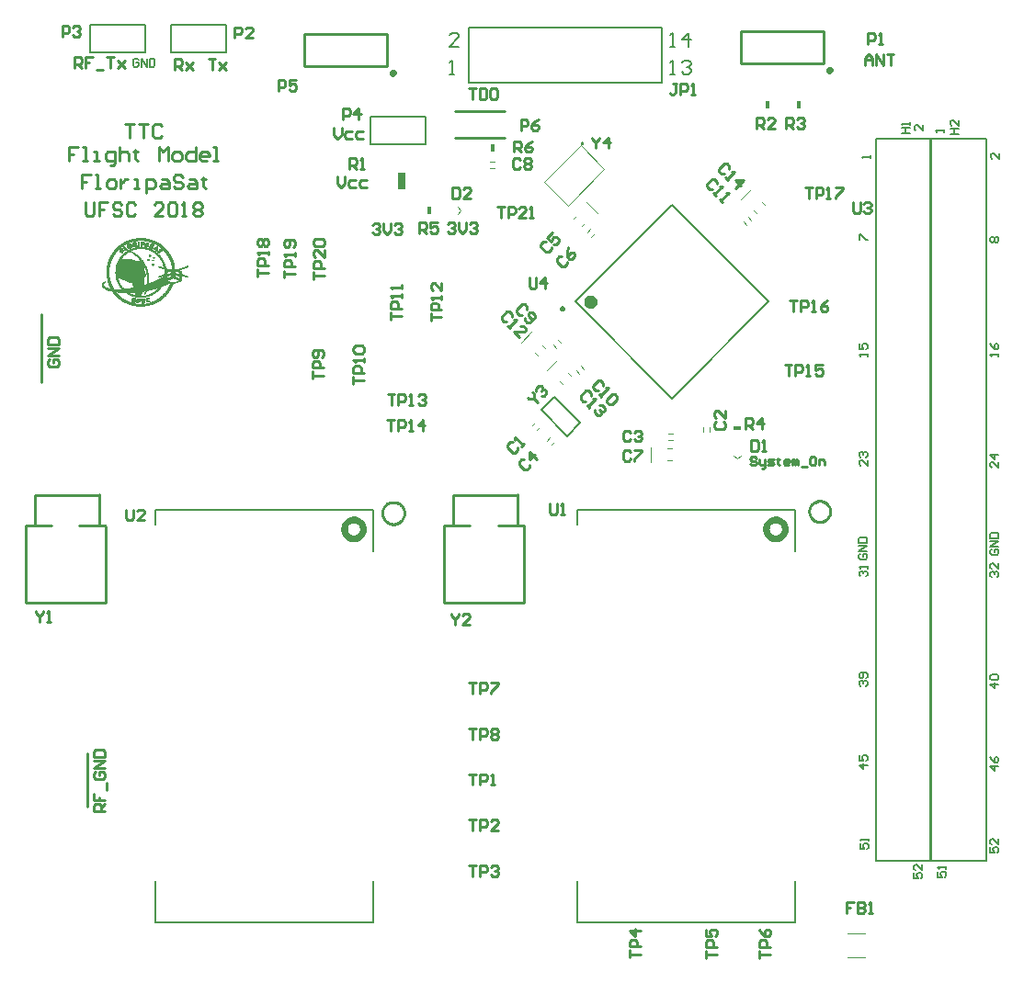
<source format=gto>
%FSTAX23Y23*%
%MOIN*%
%SFA1B1*%

%IPPOS*%
%ADD35C,0.010000*%
%ADD49C,0.019680*%
%ADD50C,0.023620*%
%ADD51C,0.009840*%
%ADD52C,0.005910*%
%ADD53C,0.001000*%
%ADD54C,0.007870*%
%ADD55C,0.008000*%
%ADD56C,0.003940*%
%ADD57R,0.013000X0.030000*%
%ADD58R,0.025000X0.060000*%
%ADD59R,0.030000X0.013000*%
%LNpcb_ttc_rf4463f30-1*%
%LPD*%
G54D35*
X02986Y01704D02*
D01*
X02986Y01707*
X02985Y0171*
X02985Y01712*
X02984Y01715*
X02984Y01717*
X02983Y0172*
X02981Y01722*
X0298Y01724*
X02979Y01727*
X02977Y01729*
X02975Y01731*
X02973Y01732*
X02971Y01734*
X02969Y01736*
X02967Y01737*
X02965Y01738*
X02962Y01739*
X0296Y0174*
X02957Y01741*
X02955Y01742*
X02952Y01742*
X02949Y01742*
X02947*
X02944Y01742*
X02941Y01742*
X02939Y01741*
X02936Y0174*
X02934Y01739*
X02931Y01738*
X02929Y01737*
X02927Y01736*
X02925Y01734*
X02923Y01732*
X02921Y01731*
X02919Y01729*
X02917Y01727*
X02916Y01724*
X02914Y01722*
X02913Y0172*
X02912Y01717*
X02911Y01715*
X02911Y01712*
X0291Y0171*
X0291Y01707*
X0291Y01704*
X0291Y01702*
X0291Y01699*
X02911Y01696*
X02911Y01694*
X02912Y01691*
X02913Y01689*
X02914Y01686*
X02916Y01684*
X02917Y01682*
X02919Y0168*
X02921Y01678*
X02923Y01676*
X02925Y01674*
X02927Y01673*
X02929Y01671*
X02931Y0167*
X02934Y01669*
X02936Y01668*
X02939Y01667*
X02941Y01667*
X02944Y01667*
X02947Y01666*
X02949*
X02952Y01667*
X02955Y01667*
X02957Y01667*
X0296Y01668*
X02962Y01669*
X02965Y0167*
X02967Y01671*
X02969Y01673*
X02971Y01674*
X02973Y01676*
X02975Y01678*
X02977Y0168*
X02979Y01682*
X0298Y01684*
X02981Y01686*
X02983Y01689*
X02984Y01691*
X02984Y01694*
X02985Y01696*
X02985Y01699*
X02986Y01702*
X02986Y01704*
X01442Y01698D02*
D01*
X01442Y01701*
X01442Y01704*
X01441Y01707*
X0144Y01709*
X0144Y01712*
X01439Y01715*
X01437Y01717*
X01436Y0172*
X01434Y01722*
X01433Y01724*
X01431Y01726*
X01429Y01728*
X01427Y0173*
X01424Y01732*
X01422Y01733*
X01419Y01734*
X01417Y01736*
X01414Y01736*
X01412Y01737*
X01409Y01738*
X01406Y01738*
X01403Y01738*
X014*
X01398Y01738*
X01395Y01738*
X01392Y01737*
X01389Y01736*
X01387Y01736*
X01384Y01734*
X01382Y01733*
X01379Y01732*
X01377Y0173*
X01375Y01728*
X01373Y01726*
X01371Y01724*
X01369Y01722*
X01368Y0172*
X01366Y01717*
X01365Y01715*
X01364Y01712*
X01363Y01709*
X01363Y01707*
X01362Y01704*
X01362Y01701*
X01362Y01698*
X01362Y01696*
X01362Y01693*
X01363Y0169*
X01363Y01687*
X01364Y01685*
X01365Y01682*
X01366Y01679*
X01368Y01677*
X01369Y01675*
X01371Y01673*
X01373Y0167*
X01375Y01669*
X01377Y01667*
X01379Y01665*
X01382Y01664*
X01384Y01662*
X01387Y01661*
X01389Y0166*
X01392Y01659*
X01395Y01659*
X01398Y01658*
X014Y01658*
X01403*
X01406Y01658*
X01409Y01659*
X01412Y01659*
X01414Y0166*
X01417Y01661*
X01419Y01662*
X01422Y01664*
X01424Y01665*
X01427Y01667*
X01429Y01669*
X01431Y0167*
X01433Y01673*
X01434Y01675*
X01436Y01677*
X01437Y01679*
X01439Y01682*
X0144Y01685*
X0144Y01687*
X01441Y0169*
X01442Y01693*
X01442Y01696*
X01442Y01698*
X01378Y03321D02*
Y03438D01*
X01079Y03321D02*
X01378D01*
X01079Y03438D02*
X01378D01*
X01079Y03321D02*
Y03438D01*
X01624Y03158D02*
X01805D01*
X01625Y0306D02*
X01806D01*
X00263Y01652D02*
X00357D01*
X00358Y01651*
X00069Y01652D02*
X00162D01*
X00358Y01373D02*
Y01651D01*
X00069Y01373D02*
X00358D01*
X00069D02*
Y01652D01*
X00101Y01655D02*
Y01764D01*
X00334*
X00335Y01655D02*
Y01765D01*
X01852Y01655D02*
Y01765D01*
X01618Y01764D02*
X01851D01*
X01618Y01655D02*
Y01764D01*
X01587Y01373D02*
Y01652D01*
Y01373D02*
X01875D01*
Y01651*
X01587Y01652D02*
X01679D01*
X01874D02*
X01875Y01651D01*
X01781Y01652D02*
X01874D01*
X02961Y03331D02*
Y03448D01*
X02662Y03331D02*
X02961D01*
X02662Y03448D02*
X02961D01*
X02662Y03331D02*
Y03448D01*
X00126Y02173D02*
Y02421D01*
X00292Y00634D02*
Y00825D01*
X0043Y0311D02*
X00463D01*
X00446*
Y0306*
X0048Y0311D02*
X00513D01*
X00496*
Y0306*
X00563Y03102D02*
X00555Y0311D01*
X00538*
X0053Y03102*
Y03068*
X00538Y0306*
X00555*
X00563Y03068*
X00259Y03026D02*
X00226D01*
Y03001*
X00242*
X00226*
Y02976*
X00276D02*
X00292D01*
X00284*
Y03026*
X00276*
X00317Y02976D02*
X00334D01*
X00326*
Y03009*
X00317*
X00376Y02959D02*
X00384D01*
X00392Y02968*
Y03009*
X00367*
X00359Y03001*
Y02984*
X00367Y02976*
X00392*
X00409Y03026D02*
Y02976D01*
Y03001*
X00417Y03009*
X00434*
X00442Y03001*
Y02976*
X00467Y03018D02*
Y03009D01*
X00459*
X00476*
X00467*
Y02984*
X00476Y02976*
X00551D02*
Y03026D01*
X00567Y03009*
X00584Y03026*
Y02976*
X00609D02*
X00625D01*
X00634Y02984*
Y03001*
X00625Y03009*
X00609*
X006Y03001*
Y02984*
X00609Y02976*
X00684Y03026D02*
Y02976D01*
X00659*
X0065Y02984*
Y03001*
X00659Y03009*
X00684*
X00725Y02976D02*
X00709D01*
X007Y02984*
Y03001*
X00709Y03009*
X00725*
X00734Y03001*
Y02993*
X007*
X0075Y02976D02*
X00767D01*
X00759*
Y03026*
X0075*
X00305Y02925D02*
X00271D01*
Y029*
X00288*
X00271*
Y02875*
X00321D02*
X00338D01*
X0033*
Y02925*
X00321*
X00371Y02875D02*
X00388D01*
X00396Y02884*
Y029*
X00388Y02909*
X00371*
X00363Y029*
Y02884*
X00371Y02875*
X00413Y02909D02*
Y02875D01*
Y02892*
X00421Y029*
X0043Y02909*
X00438*
X00463Y02875D02*
X0048D01*
X00471*
Y02909*
X00463*
X00505Y02859D02*
Y02909D01*
X0053*
X00538Y029*
Y02884*
X0053Y02875*
X00505*
X00563Y02909D02*
X0058D01*
X00588Y029*
Y02875*
X00563*
X00555Y02884*
X00563Y02892*
X00588*
X00638Y02917D02*
X0063Y02925D01*
X00613*
X00605Y02917*
Y02909*
X00613Y029*
X0063*
X00638Y02892*
Y02884*
X0063Y02875*
X00613*
X00605Y02884*
X00663Y02909D02*
X0068D01*
X00688Y029*
Y02875*
X00663*
X00655Y02884*
X00663Y02892*
X00688*
X00713Y02917D02*
Y02909D01*
X00705*
X00721*
X00713*
Y02884*
X00721Y02875*
X00284Y02825D02*
Y02783D01*
X00292Y02775*
X00309*
X00317Y02783*
Y02825*
X00367D02*
X00334D01*
Y028*
X00351*
X00334*
Y02775*
X00417Y02816D02*
X00409Y02825D01*
X00392*
X00384Y02816*
Y02808*
X00392Y028*
X00409*
X00417Y02791*
Y02783*
X00409Y02775*
X00392*
X00384Y02783*
X00467Y02816D02*
X00459Y02825D01*
X00442*
X00434Y02816*
Y02783*
X00442Y02775*
X00459*
X00467Y02783*
X00567Y02775D02*
X00534D01*
X00567Y02808*
Y02816*
X00559Y02825*
X00542*
X00534Y02816*
X00584D02*
X00592Y02825D01*
X00609*
X00617Y02816*
Y02783*
X00609Y02775*
X00592*
X00584Y02783*
Y02816*
X00634Y02775D02*
X0065D01*
X00642*
Y02825*
X00634Y02816*
X00675D02*
X00684Y02825D01*
X007*
X00709Y02816*
Y02808*
X007Y028*
X00709Y02791*
Y02783*
X007Y02775*
X00684*
X00675Y02783*
Y02791*
X00684Y028*
X00675Y02808*
Y02816*
X00684Y028D02*
X007D01*
X0197Y01733D02*
Y01701D01*
X01977Y01694*
X0199*
X01996Y01701*
Y01733*
X02009Y01694D02*
X02022D01*
X02016*
Y01733*
X02009Y01727*
X00201Y03427D02*
Y03467D01*
X00221*
X00227Y0346*
Y03447*
X00221Y03441*
X00201*
X0024Y0346D02*
X00247Y03467D01*
X0026*
X00267Y0346*
Y03454*
X0026Y03447*
X00254*
X0026*
X00267Y03441*
Y03434*
X0026Y03427*
X00247*
X0024Y03434*
X02572Y0203D02*
X02565Y02024D01*
Y02011*
X02572Y02004*
X02598*
X02605Y02011*
Y02024*
X02598Y0203*
X02605Y0207D02*
Y02044D01*
X02578Y0207*
X02572*
X02565Y02063*
Y0205*
X02572Y02044*
X01831Y0241D02*
Y0242D01*
X01821Y02429*
X01812*
X01794Y0241*
Y02401*
X01803Y02392*
X01812*
X01817Y02378D02*
X01826Y02369D01*
X01821Y02373*
X01849Y02401*
X0184*
X01858Y02336D02*
X0184Y02355D01*
X01877*
X01882Y02359*
Y02369*
X01872Y02378*
X01863*
X01887Y02436D02*
Y02445D01*
X01878Y02455*
X01869*
X0185Y02436*
Y02427*
X01859Y02417*
X01869*
X01878Y02408D02*
Y02399D01*
X01887Y0239*
X01897*
X01915Y02408*
Y02417*
X01906Y02427*
X01897*
X01892Y02422*
Y02413*
X01906Y02399*
X01955Y02683D02*
X01946D01*
X01937Y02673*
Y02664*
X01955Y02645*
X01965*
X01974Y02655*
Y02664*
X01979Y02715D02*
X0196Y02697D01*
X01974Y02683*
X01979Y02697*
X01983Y02701*
X01993*
X02002Y02692*
Y02683*
X01993Y02673*
X01983*
X0262Y02947D02*
Y02956D01*
X02611Y02966*
X02601*
X02583Y02947*
Y02938*
X02592Y02929*
X02601*
X02606Y02915D02*
X02615Y02905D01*
X02611Y0291*
X02639Y02938*
X02629*
X02643Y02877D02*
X02671Y02905D01*
X02643*
X02662Y02887*
X02013Y0263D02*
X02003D01*
X01994Y02621*
Y02611*
X02013Y02593*
X02022*
X02031Y02602*
Y02611*
X02036Y02662D02*
X02031Y02648D01*
Y0263*
X0204Y02621*
X0205*
X02059Y0263*
Y02639*
X02054Y02644*
X02045*
X02031Y0263*
X02576Y02892D02*
Y02901D01*
X02567Y0291*
X02558*
X02539Y02892*
Y02883*
X02548Y02873*
X02558*
X02562Y02859D02*
X02572Y0285D01*
X02567Y02855*
X02595Y02883*
X02586*
Y02836D02*
X02595Y02827D01*
X0259Y02832*
X02618Y02859*
X02609*
X02263Y01921D02*
X02257Y01928D01*
X02243*
X02237Y01921*
Y01895*
X02243Y01888*
X02257*
X02263Y01895*
X02276Y01928D02*
X02303D01*
Y01921*
X02276Y01895*
Y01888*
X02118Y02123D02*
Y02132D01*
X02109Y02142*
X02099*
X02081Y02123*
Y02114*
X0209Y02104*
X02099*
X02104Y02091D02*
X02113Y02081D01*
X02109Y02086*
X02137Y02114*
X02127*
X0215Y02091D02*
X0216D01*
X02169Y02081*
Y02072*
X02164Y02067*
X02155*
X0215Y02072*
X02155Y02067*
Y02058*
X0215Y02053*
X02141*
X02132Y02063*
Y02072*
X02263Y01991D02*
X02257Y01998D01*
X02243*
X02237Y01991*
Y01965*
X02243Y01959*
X02257*
X02263Y01965*
X02276Y01991D02*
X02283Y01998D01*
X02296*
X02303Y01991*
Y01985*
X02296Y01978*
X02289*
X02296*
X02303Y01972*
Y01965*
X02296Y01959*
X02283*
X02276Y01965*
X02162Y02161D02*
Y02171D01*
X02153Y0218*
X02144*
X02125Y02161*
Y02152*
X02134Y02143*
X02144*
X02148Y02129D02*
X02157Y02119D01*
X02153Y02124*
X02181Y02152*
X02171*
X02195Y02129D02*
X02204D01*
X02213Y02119*
Y0211*
X02195Y02092*
X02185*
X02176Y02101*
Y0211*
X02195Y02129*
X01863Y02979D02*
X01857Y02986D01*
X01843*
X01837Y02979*
Y02953*
X01843Y02946*
X01857*
X01863Y02953*
X01876Y02979D02*
X01883Y02986D01*
X01896*
X01903Y02979*
Y02973*
X01896Y02966*
X01903Y02959*
Y02953*
X01896Y02946*
X01883*
X01876Y02953*
Y02959*
X01883Y02966*
X01876Y02973*
Y02979*
X01883Y02966D02*
X01896D01*
X01834Y01955D02*
X01825D01*
X01815Y01945*
Y01936*
X01834Y01918*
X01843*
X01852Y01927*
Y01936*
X01866Y01941D02*
X01876Y0195D01*
X01871Y01945*
X01843Y01973*
Y01964*
X01877Y01892D02*
X01867D01*
X01858Y01882*
Y01873*
X01877Y01855*
X01886*
X01895Y01864*
Y01873*
X01923Y01892D02*
X01895Y01919D01*
Y01892*
X01914Y0191*
X01617Y02879D02*
Y0284D01*
X01637*
X01643Y02847*
Y02873*
X01637Y02879*
X01617*
X01683Y0284D02*
X01657D01*
X01683Y02866*
Y02873*
X01676Y02879*
X01663*
X01657Y02873*
X02699Y01962D02*
Y01923D01*
X02718*
X02725Y0193*
Y01956*
X02718Y01962*
X02699*
X02738Y01923D02*
X02751D01*
X02745*
Y01962*
X02738Y01956*
X03073Y00288D02*
X03047D01*
Y00268*
X0306*
X03047*
Y00248*
X03086Y00288D02*
Y00248D01*
X03106*
X03112Y00255*
Y00261*
X03106Y00268*
X03086*
X03106*
X03112Y00275*
Y00281*
X03106Y00288*
X03086*
X03125Y00248D02*
X03139D01*
X03132*
Y00288*
X03125Y00281*
X03122Y034D02*
Y0344D01*
X03142*
X03148Y03433*
Y0342*
X03142Y03413*
X03122*
X03161Y034D02*
X03174D01*
X03168*
Y0344*
X03161Y03433*
X00984Y03231D02*
Y0327D01*
X01004*
X0101Y03263*
Y0325*
X01004Y03244*
X00984*
X0105Y0327D02*
X01024D01*
Y0325*
X01037Y03257*
X01043*
X0105Y0325*
Y03237*
X01043Y03231*
X0103*
X01024Y03237*
X00827Y03422D02*
Y03461D01*
X00846*
X00853Y03455*
Y03442*
X00846Y03435*
X00827*
X00892Y03422D02*
X00866D01*
X00892Y03448*
Y03455*
X00886Y03461*
X00873*
X00866Y03455*
X01218Y03126D02*
Y03165D01*
X01238*
X01244Y03159*
Y03146*
X01238Y03139*
X01218*
X01277Y03126D02*
Y03165D01*
X01257Y03146*
X01284*
X01864Y03088D02*
Y03128D01*
X01883*
X0189Y03121*
Y03108*
X01883Y03102*
X01864*
X01929Y03128D02*
X01916Y03121D01*
X01903Y03108*
Y03095*
X0191Y03088*
X01923*
X01929Y03095*
Y03102*
X01923Y03108*
X01903*
X01242Y02947D02*
Y02986D01*
X01261*
X01268Y0298*
Y02967*
X01261Y0296*
X01242*
X01255D02*
X01268Y02947D01*
X01281D02*
X01294D01*
X01288*
Y02986*
X01281Y0298*
X01496Y02713D02*
Y02752D01*
X01516*
X01522Y02746*
Y02733*
X01516Y02726*
X01496*
X01509D02*
X01522Y02713D01*
X01562Y02752D02*
X01535D01*
Y02733*
X01548Y02739*
X01555*
X01562Y02733*
Y02719*
X01555Y02713*
X01542*
X01535Y02719*
X02679Y02004D02*
Y02044D01*
X02698*
X02705Y02037*
Y02024*
X02698Y02017*
X02679*
X02692D02*
X02705Y02004D01*
X02738D02*
Y02044D01*
X02718Y02024*
X02744*
X01839Y03009D02*
Y03048D01*
X01859*
X01865Y03041*
Y03028*
X01859Y03022*
X01839*
X01852D02*
X01865Y03009D01*
X01904Y03048D02*
X01891Y03041D01*
X01878Y03028*
Y03015*
X01885Y03009*
X01898*
X01904Y03015*
Y03022*
X01898Y03028*
X01878*
X02718Y03094D02*
Y03133D01*
X02738*
X02745Y03127*
Y03114*
X02738Y03107*
X02718*
X02732D02*
X02745Y03094D01*
X02784D02*
X02758D01*
X02784Y0312*
Y03127*
X02777Y03133*
X02764*
X02758Y03127*
X02826Y03094D02*
Y03133D01*
X02846*
X02853Y03127*
Y03114*
X02846Y03107*
X02826*
X02839D02*
X02853Y03094D01*
X02866Y03127D02*
X02872Y03133D01*
X02885*
X02892Y03127*
Y0312*
X02885Y03114*
X02879*
X02885*
X02892Y03107*
Y03101*
X02885Y03094*
X02872*
X02866Y03101*
X02536Y00083D02*
Y0011D01*
Y00096*
X02575*
Y00123D02*
X02536D01*
Y00142*
X02542Y00149*
X02555*
X02562Y00142*
Y00123*
X02536Y00188D02*
Y00162D01*
X02555*
X02549Y00175*
Y00182*
X02555Y00188*
X02569*
X02575Y00182*
Y00169*
X02569Y00162*
X0273Y00083D02*
Y0011D01*
Y00096*
X0277*
Y00123D02*
X0273D01*
Y00142*
X02737Y00149*
X0275*
X02756Y00142*
Y00123*
X0273Y00188D02*
X02737Y00175D01*
X0275Y00162*
X02763*
X0277Y00169*
Y00182*
X02763Y00188*
X02756*
X0275Y00182*
Y00162*
X01676Y01082D02*
X01703D01*
X01689*
Y01042*
X01716D02*
Y01082D01*
X01735*
X01742Y01075*
Y01062*
X01735Y01056*
X01716*
X01755Y01082D02*
X01781D01*
Y01075*
X01755Y01049*
Y01042*
X01676Y00917D02*
X01703D01*
X01689*
Y00877*
X01716D02*
Y00917D01*
X01735*
X01742Y0091*
Y00897*
X01735Y0089*
X01716*
X01755Y0091D02*
X01762Y00917D01*
X01775*
X01781Y0091*
Y00903*
X01775Y00897*
X01781Y0089*
Y00884*
X01775Y00877*
X01762*
X01755Y00884*
Y0089*
X01762Y00897*
X01755Y00903*
Y0091*
X01762Y00897D02*
X01775D01*
X01676Y00751D02*
X01703D01*
X01689*
Y00712*
X01716D02*
Y00751D01*
X01735*
X01742Y00745*
Y00732*
X01735Y00725*
X01716*
X01755Y00712D02*
X01768D01*
X01762*
Y00751*
X01755Y00745*
X01676Y00586D02*
X01703D01*
X01689*
Y00547*
X01716D02*
Y00586D01*
X01735*
X01742Y00579*
Y00566*
X01735Y0056*
X01716*
X01781Y00547D02*
X01755D01*
X01781Y00573*
Y00579*
X01775Y00586*
X01762*
X01755Y00579*
X01676Y00421D02*
X01703D01*
X01689*
Y00381*
X01716D02*
Y00421D01*
X01735*
X01742Y00414*
Y00401*
X01735Y00395*
X01716*
X01755Y00414D02*
X01762Y00421D01*
X01775*
X01781Y00414*
Y00408*
X01775Y00401*
X01768*
X01775*
X01781Y00395*
Y00388*
X01775Y00381*
X01762*
X01755Y00388*
X0226Y00085D02*
Y00112D01*
Y00098*
X02299*
Y00125D02*
X0226D01*
Y00144*
X02266Y00151*
X02279*
X02286Y00144*
Y00125*
X02299Y00184D02*
X0226D01*
X02279Y00164*
Y0019*
X02821Y02236D02*
X02847D01*
X02834*
Y02196*
X0286D02*
Y02236D01*
X0288*
X02886Y02229*
Y02216*
X0288Y02209*
X0286*
X02899Y02196D02*
X02913D01*
X02906*
Y02236*
X02899Y02229*
X02959Y02236D02*
X02932D01*
Y02216*
X02945Y02223*
X02952*
X02959Y02216*
Y02203*
X02952Y02196*
X02939*
X02932Y02203*
X0284Y02471D02*
X02866D01*
X02853*
Y02431*
X02879D02*
Y02471D01*
X02899*
X02905Y02464*
Y02451*
X02899Y02445*
X02879*
X02918Y02431D02*
X02931D01*
X02925*
Y02471*
X02918Y02464*
X02977Y02471D02*
X02964Y02464D01*
X02951Y02451*
Y02438*
X02958Y02431*
X02971*
X02977Y02438*
Y02445*
X02971Y02451*
X02951*
X02895Y02879D02*
X02921D01*
X02908*
Y0284*
X02934D02*
Y02879D01*
X02954*
X0296Y02873*
Y0286*
X02954Y02853*
X02934*
X02973Y0284D02*
X02987D01*
X0298*
Y02879*
X02973Y02873*
X03006Y02879D02*
X03033D01*
Y02873*
X03006Y02847*
Y0284*
X01381Y02131D02*
X01407D01*
X01394*
Y02091*
X0142D02*
Y02131D01*
X0144*
X01447Y02124*
Y02111*
X0144Y02104*
X0142*
X0146Y02091D02*
X01473D01*
X01466*
Y02131*
X0146Y02124*
X01493D02*
X01499Y02131D01*
X01512*
X01519Y02124*
Y02117*
X01512Y02111*
X01506*
X01512*
X01519Y02104*
Y02098*
X01512Y02091*
X01499*
X01493Y02098*
X01379Y02035D02*
X01405D01*
X01392*
Y01996*
X01418D02*
Y02035D01*
X01438*
X01445Y02028*
Y02015*
X01438Y02009*
X01418*
X01458Y01996D02*
X01471D01*
X01464*
Y02035*
X01458Y02028*
X0151Y01996D02*
Y02035D01*
X01491Y02015*
X01517*
X01257Y02167D02*
Y02193D01*
Y0218*
X01297*
Y02206D02*
X01257D01*
Y02226*
X01264Y02232*
X01277*
X01284Y02226*
Y02206*
X01297Y02246D02*
Y02259D01*
Y02252*
X01257*
X01264Y02246*
Y02278D02*
X01257Y02285D01*
Y02298*
X01264Y02305*
X0129*
X01297Y02298*
Y02285*
X0129Y02278*
X01264*
X01108Y02185D02*
Y02212D01*
Y02198*
X01148*
Y02225D02*
X01108D01*
Y02244*
X01115Y02251*
X01128*
X01134Y02244*
Y02225*
X01141Y02264D02*
X01148Y02271D01*
Y02284*
X01141Y0229*
X01115*
X01108Y02284*
Y02271*
X01115Y02264*
X01121*
X01128Y02271*
Y0229*
X00908Y02557D02*
Y02583D01*
Y0257*
X00948*
Y02596D02*
X00908D01*
Y02616*
X00915Y02622*
X00928*
X00934Y02616*
Y02596*
X00948Y02635D02*
Y02648D01*
Y02642*
X00908*
X00915Y02635*
Y02668D02*
X00908Y02675D01*
Y02688*
X00915Y02694*
X00921*
X00928Y02688*
X00934Y02694*
X00941*
X00948Y02688*
Y02675*
X00941Y02668*
X00934*
X00928Y02675*
X00921Y02668*
X00915*
X00928Y02675D02*
Y02688D01*
X01005Y02552D02*
Y02578D01*
Y02565*
X01044*
Y02592D02*
X01005D01*
Y02611*
X01012Y02618*
X01025*
X01031Y02611*
Y02592*
X01044Y02631D02*
Y02644D01*
Y02638*
X01005*
X01012Y02631*
X01038Y02664D02*
X01044Y0267D01*
Y02683*
X01038Y0269*
X01012*
X01005Y02683*
Y0267*
X01012Y02664*
X01018*
X01025Y0267*
Y0269*
X01113Y02548D02*
Y02574D01*
Y02561*
X01153*
Y02587D02*
X01113D01*
Y02607*
X0112Y02613*
X01133*
X0114Y02607*
Y02587*
X01153Y02652D02*
Y02626D01*
X01126Y02652*
X0112*
X01113Y02646*
Y02633*
X0112Y02626*
Y02666D02*
X01113Y02672D01*
Y02685*
X0112Y02692*
X01146*
X01153Y02685*
Y02672*
X01146Y02666*
X0112*
X01778Y02809D02*
X01804D01*
X01791*
Y0277*
X01818D02*
Y02809D01*
X01837*
X01844Y02803*
Y0279*
X01837Y02783*
X01818*
X01883Y0277D02*
X01857D01*
X01883Y02796*
Y02803*
X01877Y02809*
X01864*
X01857Y02803*
X01896Y0277D02*
X01909D01*
X01903*
Y02809*
X01896Y02803*
X01392Y024D02*
Y02427D01*
Y02413*
X01431*
Y0244D02*
X01392D01*
Y02459*
X01399Y02466*
X01412*
X01418Y02459*
Y0244*
X01431Y02479D02*
Y02492D01*
Y02486*
X01392*
X01399Y02479*
X01431Y02512D02*
Y02525D01*
Y02518*
X01392*
X01399Y02512*
X01538Y02396D02*
Y02422D01*
Y02409*
X01577*
Y02435D02*
X01538D01*
Y02455*
X01544Y02461*
X01557*
X01564Y02455*
Y02435*
X01577Y02474D02*
Y02487D01*
Y02481*
X01538*
X01544Y02474*
X01577Y02533D02*
Y02507D01*
X01551Y02533*
X01544*
X01538Y02527*
Y02514*
X01544Y02507*
X00433Y01711D02*
Y01679D01*
X00439Y01672*
X00452*
X00459Y01679*
Y01711*
X00498Y01672D02*
X00472D01*
X00498Y01698*
Y01705*
X00492Y01711*
X00478*
X00472Y01705*
X00105Y01342D02*
Y01335D01*
X00119Y01322*
X00132Y01335*
Y01342*
X00119Y01322D02*
Y01303D01*
X00145D02*
X00158D01*
X00151*
Y01342*
X00145Y01335*
X01612Y01334D02*
Y01327D01*
X01625Y01314*
X01638Y01327*
Y01334*
X01625Y01314D02*
Y01294D01*
X01678D02*
X01651D01*
X01678Y01321*
Y01327*
X01671Y01334*
X01658*
X01651Y01327*
X02123Y03061D02*
Y03055D01*
X02136Y03042*
X02149Y03055*
Y03061*
X02136Y03042D02*
Y03022D01*
X02182D02*
Y03061D01*
X02162Y03042*
X02189*
X01888Y02118D02*
X01892Y02114D01*
X01911*
Y02132*
X01906Y02137*
X01911Y02114D02*
X01925Y021D01*
X0192Y02141D02*
Y02151D01*
X0193Y0216*
X01939*
X01943Y02155*
Y02146*
X01939Y02141*
X01943Y02146*
X01953*
X01957Y02141*
Y02132*
X01948Y02123*
X01939*
X0243Y03257D02*
X02417D01*
X02424*
Y03224*
X02417Y03217*
X0241*
X02404Y03224*
X02443Y03217D02*
Y03257D01*
X02463*
X02469Y0325*
Y03237*
X02463Y0323*
X02443*
X02483Y03217D02*
X02496D01*
X02489*
Y03257*
X02483Y0325*
X03068Y02825D02*
Y02792D01*
X03075Y02786*
X03088*
X03094Y02792*
Y02825*
X03107Y02819D02*
X03114Y02825D01*
X03127*
X03134Y02819*
Y02812*
X03127Y02805*
X0312*
X03127*
X03134Y02799*
Y02792*
X03127Y02786*
X03114*
X03107Y02792*
X01894Y02553D02*
Y02521D01*
X01901Y02514*
X01914*
X0192Y02521*
Y02553*
X01953Y02514D02*
Y02553D01*
X01933Y02534*
X0196*
X00608Y03306D02*
Y03345D01*
X00628*
X00634Y03339*
Y03325*
X00628Y03319*
X00608*
X00621D02*
X00634Y03306D01*
X00648Y03332D02*
X00674Y03306D01*
X00661Y03319*
X00674Y03332*
X00648Y03306*
X00731Y03345D02*
X00757D01*
X00744*
Y03306*
X0077Y03332D02*
X00797Y03306D01*
X00783Y03319*
X00797Y03332*
X0077Y03306*
X00245Y03312D02*
Y03352D01*
X00265*
X00271Y03345*
Y03332*
X00265Y03325*
X00245*
X00258D02*
X00271Y03312D01*
X00311Y03352D02*
X00285D01*
Y03332*
X00298*
X00285*
Y03312*
X00324Y03306D02*
X0035D01*
X00363Y03352D02*
X00389D01*
X00376*
Y03312*
X00403Y03339D02*
X00429Y03312D01*
X00416Y03325*
X00429Y03339*
X00403Y03312*
X01187Y03096D02*
Y0307D01*
X012Y03057*
X01214Y0307*
Y03096*
X01253Y03083D02*
X01233D01*
X01227Y03076*
Y03063*
X01233Y03057*
X01253*
X01292Y03083D02*
X01273D01*
X01266Y03076*
Y03063*
X01273Y03057*
X01292*
X01199Y02919D02*
Y02893D01*
X01212Y0288*
X01225Y02893*
Y02919*
X01265Y02906D02*
X01245D01*
X01238Y02899*
Y02886*
X01245Y0288*
X01265*
X01304Y02906D02*
X01284D01*
X01278Y02899*
Y02886*
X01284Y0288*
X01304*
X01675Y0324D02*
X01701D01*
X01688*
Y032*
X01714Y0324D02*
Y032D01*
X01734*
X0174Y03207*
Y03233*
X01734Y0324*
X01714*
X01773D02*
X0176D01*
X01753Y03233*
Y03207*
X0176Y032*
X01773*
X0178Y03207*
Y03233*
X01773Y0324*
X016Y02747D02*
X01606Y02754D01*
X0162*
X01626Y02747*
Y02741*
X0162Y02734*
X01613*
X0162*
X01626Y02728*
Y02721*
X0162Y02714*
X01606*
X016Y02721*
X01639Y02754D02*
Y02728D01*
X01652Y02714*
X01665Y02728*
Y02754*
X01679Y02747D02*
X01685Y02754D01*
X01698*
X01705Y02747*
Y02741*
X01698Y02734*
X01692*
X01698*
X01705Y02728*
Y02721*
X01698Y02714*
X01685*
X01679Y02721*
X02718Y01898D02*
X02713Y01903D01*
X02702*
X02697Y01898*
Y01893*
X02702Y01887*
X02713*
X02718Y01882*
Y01877*
X02713Y01872*
X02702*
X02697Y01877*
X02729Y01893D02*
Y01877D01*
X02734Y01872*
X0275*
Y01866*
X02744Y01861*
X02739*
X0275Y01872D02*
Y01893D01*
X0276Y01872D02*
X02776D01*
X02781Y01877*
X02776Y01882*
X02765*
X0276Y01887*
X02765Y01893*
X02781*
X02797Y01898D02*
Y01893D01*
X02792*
X02802*
X02797*
Y01877*
X02802Y01872*
X02834D02*
X02823D01*
X02818Y01877*
Y01887*
X02823Y01893*
X02834*
X02839Y01887*
Y01882*
X02818*
X02849Y01872D02*
Y01893D01*
X02855*
X0286Y01887*
Y01872*
Y01887*
X02865Y01893*
X0287Y01887*
Y01872*
X02881Y01866D02*
X02902D01*
X02928Y01903D02*
X02918D01*
X02912Y01898*
Y01877*
X02918Y01872*
X02928*
X02933Y01877*
Y01898*
X02928Y01903*
X02944Y01872D02*
Y01893D01*
X0296*
X02965Y01887*
Y01872*
X00156Y02257D02*
X00149Y02251D01*
Y02238*
X00156Y02231*
X00182*
X00188Y02238*
Y02251*
X00182Y02257*
X00169*
Y02244*
X00188Y0227D02*
X00149D01*
X00188Y02297*
X00149*
Y0231D02*
X00188D01*
Y02329*
X00182Y02336*
X00156*
X00149Y02329*
Y0231*
X00355Y00616D02*
X00315D01*
Y00635*
X00322Y00642*
X00335*
X00342Y00635*
Y00616*
Y00629D02*
X00355Y00642D01*
X00315Y00681D02*
Y00655D01*
X00335*
Y00668*
Y00655*
X00355*
X00361Y00694D02*
Y00721D01*
X00322Y0076D02*
X00315Y00753D01*
Y0074*
X00322Y00734*
X00348*
X00355Y0074*
Y00753*
X00348Y0076*
X00335*
Y00747*
X00355Y00773D02*
X00315D01*
X00355Y00799*
X00315*
Y00812D02*
X00355D01*
Y00832*
X00348Y00839*
X00322*
X00315Y00832*
Y00812*
X01327Y02744D02*
X01334Y0275D01*
X01347*
X01353Y02744*
Y02737*
X01347Y02731*
X0134*
X01347*
X01353Y02724*
Y02717*
X01347Y02711*
X01334*
X01327Y02717*
X01366Y0275D02*
Y02724D01*
X0138Y02711*
X01393Y02724*
Y0275*
X01406Y02744D02*
X01412Y0275D01*
X01425*
X01432Y02744*
Y02737*
X01425Y02731*
X01419*
X01425*
X01432Y02724*
Y02717*
X01425Y02711*
X01412*
X01406Y02717*
X03112Y03322D02*
Y03349D01*
X03126Y03362*
X03139Y03349*
Y03322*
Y03342*
X03112*
X03152Y03322D02*
Y03362D01*
X03178Y03322*
Y03362*
X03191D02*
X03217D01*
X03204*
Y03322*
G54D49*
X01405Y03295D02*
D01*
X01405Y03295*
X01405Y03295*
X01405Y03295*
X01405Y03296*
X01405Y03296*
X01405Y03296*
X01405Y03296*
X01405Y03296*
X01405Y03297*
X01404Y03297*
X01404Y03297*
X01404Y03297*
X01404Y03297*
X01404Y03298*
X01403Y03298*
X01403Y03298*
X01403Y03298*
X01403Y03298*
X01403Y03298*
X01402Y03298*
X01402Y03298*
X01402Y03298*
X01402*
X01401Y03298*
X01401Y03298*
X01401Y03298*
X01401Y03298*
X014Y03298*
X014Y03298*
X014Y03298*
X014Y03298*
X01399Y03297*
X01399Y03297*
X01399Y03297*
X01399Y03297*
X01399Y03297*
X01399Y03296*
X01399Y03296*
X01398Y03296*
X01398Y03296*
X01398Y03296*
X01398Y03295*
X01398Y03295*
X01398Y03295*
X01398Y03295*
X01398Y03294*
X01398Y03294*
X01398Y03294*
X01398Y03294*
X01398Y03293*
X01398Y03293*
X01399Y03293*
X01399Y03293*
X01399Y03292*
X01399Y03292*
X01399Y03292*
X01399Y03292*
X01399Y03292*
X014Y03292*
X014Y03292*
X014Y03291*
X014Y03291*
X01401Y03291*
X01401Y03291*
X01401Y03291*
X01401Y03291*
X01402Y03291*
X01402*
X01402Y03291*
X01402Y03291*
X01403Y03291*
X01403Y03291*
X01403Y03291*
X01403Y03291*
X01403Y03292*
X01404Y03292*
X01404Y03292*
X01404Y03292*
X01404Y03292*
X01404Y03292*
X01405Y03292*
X01405Y03293*
X01405Y03293*
X01405Y03293*
X01405Y03293*
X01405Y03294*
X01405Y03294*
X01405Y03294*
X01405Y03294*
X01405Y03295*
X02988Y03304D02*
D01*
X02988Y03305*
X02988Y03305*
X02988Y03305*
X02988Y03305*
X02988Y03306*
X02988Y03306*
X02988Y03306*
X02988Y03306*
X02988Y03307*
X02987Y03307*
X02987Y03307*
X02987Y03307*
X02987Y03307*
X02987Y03307*
X02987Y03307*
X02986Y03308*
X02986Y03308*
X02986Y03308*
X02986Y03308*
X02985Y03308*
X02985Y03308*
X02985Y03308*
X02985*
X02984Y03308*
X02984Y03308*
X02984Y03308*
X02984Y03308*
X02983Y03308*
X02983Y03308*
X02983Y03307*
X02983Y03307*
X02983Y03307*
X02982Y03307*
X02982Y03307*
X02982Y03307*
X02982Y03307*
X02982Y03306*
X02982Y03306*
X02982Y03306*
X02981Y03306*
X02981Y03305*
X02981Y03305*
X02981Y03305*
X02981Y03305*
X02981Y03304*
X02981Y03304*
X02981Y03304*
X02981Y03304*
X02981Y03303*
X02981Y03303*
X02982Y03303*
X02982Y03303*
X02982Y03303*
X02982Y03302*
X02982Y03302*
X02982Y03302*
X02982Y03302*
X02983Y03302*
X02983Y03301*
X02983Y03301*
X02983Y03301*
X02983Y03301*
X02984Y03301*
X02984Y03301*
X02984Y03301*
X02984Y03301*
X02985Y03301*
X02985*
X02985Y03301*
X02985Y03301*
X02986Y03301*
X02986Y03301*
X02986Y03301*
X02986Y03301*
X02987Y03301*
X02987Y03301*
X02987Y03302*
X02987Y03302*
X02987Y03302*
X02987Y03302*
X02988Y03302*
X02988Y03303*
X02988Y03303*
X02988Y03303*
X02988Y03303*
X02988Y03303*
X02988Y03304*
X02988Y03304*
X02988Y03304*
X02988Y03304*
G54D50*
X02128Y02465D02*
D01*
X02128Y02466*
X02128Y02466*
X02128Y02467*
X02128Y02468*
X02128Y02469*
X02127Y0247*
X02127Y0247*
X02127Y02471*
X02126Y02472*
X02126Y02472*
X02125Y02473*
X02125Y02474*
X02124Y02474*
X02123Y02475*
X02123Y02475*
X02122Y02475*
X02121Y02476*
X0212Y02476*
X02119Y02476*
X02119Y02476*
X02118Y02477*
X02117Y02477*
X02116*
X02115Y02477*
X02115Y02476*
X02114Y02476*
X02113Y02476*
X02112Y02476*
X02111Y02475*
X02111Y02475*
X0211Y02475*
X02109Y02474*
X02109Y02474*
X02108Y02473*
X02108Y02472*
X02107Y02472*
X02107Y02471*
X02106Y0247*
X02106Y0247*
X02106Y02469*
X02105Y02468*
X02105Y02467*
X02105Y02466*
X02105Y02466*
X02105Y02465*
X02105Y02464*
X02105Y02463*
X02105Y02462*
X02105Y02462*
X02106Y02461*
X02106Y0246*
X02106Y02459*
X02107Y02459*
X02107Y02458*
X02108Y02457*
X02108Y02457*
X02109Y02456*
X02109Y02456*
X0211Y02455*
X02111Y02455*
X02111Y02454*
X02112Y02454*
X02113Y02454*
X02114Y02453*
X02115Y02453*
X02115Y02453*
X02116Y02453*
X02117*
X02118Y02453*
X02119Y02453*
X02119Y02453*
X0212Y02454*
X02121Y02454*
X02122Y02454*
X02123Y02455*
X02123Y02455*
X02124Y02456*
X02125Y02456*
X02125Y02457*
X02126Y02457*
X02126Y02458*
X02127Y02459*
X02127Y02459*
X02127Y0246*
X02128Y02461*
X02128Y02462*
X02128Y02462*
X02128Y02463*
X02128Y02464*
X02128Y02465*
X02822Y01641D02*
D01*
X02821Y01643*
X02821Y01645*
X02821Y01648*
X0282Y0165*
X0282Y01652*
X02819Y01655*
X02818Y01657*
X02816Y01659*
X02815Y01661*
X02814Y01663*
X02812Y01664*
X0281Y01666*
X02808Y01668*
X02806Y01669*
X02804Y0167*
X02802Y01671*
X028Y01672*
X02798Y01673*
X02796Y01674*
X02793Y01674*
X02791Y01675*
X02789Y01675*
X02786*
X02784Y01675*
X02781Y01674*
X02779Y01674*
X02777Y01673*
X02775Y01672*
X02772Y01671*
X0277Y0167*
X02768Y01669*
X02766Y01668*
X02764Y01666*
X02763Y01664*
X02761Y01663*
X0276Y01661*
X02758Y01659*
X02757Y01657*
X02756Y01655*
X02755Y01652*
X02754Y0165*
X02754Y01648*
X02753Y01645*
X02753Y01643*
X02753Y01641*
X02753Y01638*
X02753Y01636*
X02754Y01634*
X02754Y01631*
X02755Y01629*
X02756Y01627*
X02757Y01625*
X02758Y01623*
X0276Y01621*
X02761Y01619*
X02763Y01617*
X02764Y01615*
X02766Y01614*
X02768Y01612*
X0277Y01611*
X02772Y0161*
X02775Y01609*
X02777Y01608*
X02779Y01607*
X02781Y01607*
X02784Y01607*
X02786Y01606*
X02789*
X02791Y01607*
X02793Y01607*
X02796Y01607*
X02798Y01608*
X028Y01609*
X02802Y0161*
X02804Y01611*
X02806Y01612*
X02808Y01614*
X0281Y01615*
X02812Y01617*
X02814Y01619*
X02815Y01621*
X02816Y01623*
X02818Y01625*
X02819Y01627*
X0282Y01629*
X0282Y01631*
X02821Y01634*
X02821Y01636*
X02821Y01638*
X02822Y01641*
X01292D02*
D01*
X01292Y01643*
X01291Y01645*
X01291Y01648*
X0129Y0165*
X0129Y01652*
X01289Y01655*
X01288Y01657*
X01286Y01659*
X01285Y01661*
X01284Y01663*
X01282Y01664*
X0128Y01666*
X01279Y01668*
X01277Y01669*
X01275Y0167*
X01272Y01671*
X0127Y01672*
X01268Y01673*
X01266Y01674*
X01263Y01674*
X01261Y01675*
X01259Y01675*
X01256*
X01254Y01675*
X01251Y01674*
X01249Y01674*
X01247Y01673*
X01245Y01672*
X01242Y01671*
X0124Y0167*
X01238Y01669*
X01236Y01668*
X01235Y01666*
X01233Y01664*
X01231Y01663*
X0123Y01661*
X01228Y01659*
X01227Y01657*
X01226Y01655*
X01225Y01652*
X01225Y0165*
X01224Y01648*
X01224Y01645*
X01223Y01643*
X01223Y01641*
X01223Y01638*
X01224Y01636*
X01224Y01634*
X01225Y01631*
X01225Y01629*
X01226Y01627*
X01227Y01625*
X01228Y01623*
X0123Y01621*
X01231Y01619*
X01233Y01617*
X01235Y01615*
X01236Y01614*
X01238Y01612*
X0124Y01611*
X01242Y0161*
X01245Y01609*
X01247Y01608*
X01249Y01607*
X01251Y01607*
X01254Y01607*
X01256Y01606*
X01259*
X01261Y01607*
X01263Y01607*
X01266Y01607*
X01268Y01608*
X0127Y01609*
X01272Y0161*
X01275Y01611*
X01277Y01612*
X01279Y01614*
X0128Y01615*
X01282Y01617*
X01284Y01619*
X01285Y01621*
X01286Y01623*
X01288Y01625*
X01289Y01627*
X0129Y01629*
X0129Y01631*
X01291Y01634*
X01291Y01636*
X01292Y01638*
X01292Y01641*
G54D51*
X02019Y0244D02*
D01*
X02019Y02441*
X02019Y02441*
X02019Y02442*
X02019Y02442*
X02019Y02442*
X02019Y02442*
X02019Y02443*
X02018Y02443*
X02018Y02443*
X02018Y02444*
X02018Y02444*
X02018Y02444*
X02017Y02444*
X02017Y02445*
X02017Y02445*
X02016Y02445*
X02016Y02445*
X02016Y02445*
X02016Y02445*
X02015Y02445*
X02015Y02445*
X02014Y02445*
X02014*
X02014Y02445*
X02013Y02445*
X02013Y02445*
X02013Y02445*
X02012Y02445*
X02012Y02445*
X02012Y02445*
X02012Y02445*
X02011Y02444*
X02011Y02444*
X02011Y02444*
X02011Y02444*
X0201Y02443*
X0201Y02443*
X0201Y02443*
X0201Y02442*
X0201Y02442*
X0201Y02442*
X02009Y02442*
X02009Y02441*
X02009Y02441*
X02009Y0244*
X02009Y0244*
X02009Y0244*
X02009Y02439*
X0201Y02439*
X0201Y02439*
X0201Y02438*
X0201Y02438*
X0201Y02438*
X0201Y02438*
X02011Y02437*
X02011Y02437*
X02011Y02437*
X02011Y02437*
X02012Y02436*
X02012Y02436*
X02012Y02436*
X02012Y02436*
X02013Y02436*
X02013Y02436*
X02013Y02436*
X02014Y02436*
X02014Y02436*
X02014*
X02015Y02436*
X02015Y02436*
X02016Y02436*
X02016Y02436*
X02016Y02436*
X02016Y02436*
X02017Y02436*
X02017Y02436*
X02017Y02437*
X02018Y02437*
X02018Y02437*
X02018Y02437*
X02018Y02438*
X02018Y02438*
X02019Y02438*
X02019Y02438*
X02019Y02439*
X02019Y02439*
X02019Y02439*
X02019Y0244*
X02019Y0244*
X02019Y0244*
G54D52*
X0209Y0304D02*
D01*
X0209Y03041*
X0209Y03041*
X0209Y03041*
X0209Y03041*
X0209Y03041*
X0209Y03042*
X0209Y03042*
X0209Y03042*
X0209Y03042*
X0209Y03042*
X02089Y03043*
X02089Y03043*
X02089Y03043*
X02089Y03043*
X02089Y03043*
X02089Y03043*
X02088Y03043*
X02088Y03043*
X02088Y03043*
X02088Y03043*
X02087Y03043*
X02087Y03043*
X02087*
X02087Y03043*
X02087Y03043*
X02086Y03043*
X02086Y03043*
X02086Y03043*
X02086Y03043*
X02086Y03043*
X02085Y03043*
X02085Y03043*
X02085Y03043*
X02085Y03043*
X02085Y03042*
X02085Y03042*
X02084Y03042*
X02084Y03042*
X02084Y03042*
X02084Y03041*
X02084Y03041*
X02084Y03041*
X02084Y03041*
X02084Y03041*
X02084Y0304*
X02084Y0304*
X02084Y0304*
X02084Y0304*
X02084Y03039*
X02084Y03039*
X02084Y03039*
X02084Y03039*
X02084Y03039*
X02085Y03038*
X02085Y03038*
X02085Y03038*
X02085Y03038*
X02085Y03038*
X02085Y03038*
X02086Y03038*
X02086Y03038*
X02086Y03037*
X02086Y03037*
X02086Y03037*
X02087Y03037*
X02087Y03037*
X02087Y03037*
X02087*
X02087Y03037*
X02088Y03037*
X02088Y03037*
X02088Y03037*
X02088Y03037*
X02089Y03038*
X02089Y03038*
X02089Y03038*
X02089Y03038*
X02089Y03038*
X02089Y03038*
X0209Y03038*
X0209Y03038*
X0209Y03039*
X0209Y03039*
X0209Y03039*
X0209Y03039*
X0209Y03039*
X0209Y0304*
X0209Y0304*
X0209Y0304*
X0209Y0304*
X01985Y02119D02*
X0208Y02025D01*
X02033Y01977D02*
X0208Y02025D01*
X01938Y02072D02*
X02033Y01977D01*
X01938Y02072D02*
X01985Y02119D01*
G54D53*
X00468Y02695D02*
X00501D01*
X00462Y02694D02*
X00507D01*
X00457Y02693D02*
X00512D01*
X00453Y02692D02*
X00516D01*
X00449Y02691D02*
X0052D01*
X00446Y0269D02*
X00523D01*
X00443Y02689D02*
X00526D01*
X0044Y02688D02*
X00471D01*
X00499D02*
X00529D01*
X00437Y02687D02*
X00464D01*
X00505D02*
X00532D01*
X00435Y02686D02*
X00459D01*
X0051D02*
X00534D01*
X00433Y02685D02*
X00455D01*
X00514D02*
X00536D01*
X00431Y02684D02*
X00452D01*
X00475D02*
X00478D01*
X00485D02*
X00494D01*
X00517D02*
X00538D01*
X00429Y02683D02*
X00448D01*
X00474D02*
X00479D01*
X00485D02*
X00496D01*
X00521D02*
X0054D01*
X00427Y02682D02*
X00446D01*
X00459D02*
X00466D01*
X00474D02*
X00479D01*
X00485D02*
X00497D01*
X00524D02*
X00542D01*
X00425Y02681D02*
X00443D01*
X00457D02*
X00468D01*
X00474D02*
X00479D01*
X00485D02*
X00497D01*
X00507D02*
X00511D01*
X00526D02*
X00544D01*
X00423Y0268D02*
X0044D01*
X00456D02*
X00468D01*
X00474D02*
X00479D01*
X00485D02*
X00498D01*
X00506D02*
X00511D01*
X00529D02*
X00546D01*
X00421Y02679D02*
X00438D01*
X00456D02*
X00469D01*
X00474D02*
X00479D01*
X00485D02*
X00498D01*
X00505D02*
X00512D01*
X00531D02*
X00548D01*
X0042Y02678D02*
X00436D01*
X00456D02*
X00469D01*
X00474D02*
X00479D01*
X00484D02*
X0049D01*
X00492D02*
X00498D01*
X00504D02*
X00512D01*
X00533D02*
X00549D01*
X00418Y02677D02*
X00434D01*
X00456D02*
X00469D01*
X00474D02*
X0048D01*
X00484D02*
X00498D01*
X00503D02*
X00512D01*
X00535D02*
X00551D01*
X00417Y02676D02*
X00432D01*
X00441D02*
X00447D01*
X00456D02*
X00462D01*
X00463D02*
X00469D01*
X00474D02*
X0048D01*
X00484D02*
X00497D01*
X00503D02*
X00512D01*
X00523D02*
X00527D01*
X00537D02*
X00552D01*
X00415Y02675D02*
X0043D01*
X00439D02*
X00449D01*
X00456D02*
X00469D01*
X00474D02*
X0048D01*
X00484D02*
X00497D01*
X00502D02*
X00513D01*
X00521D02*
X0053D01*
X00539D02*
X00554D01*
X00414Y02674D02*
X00428D01*
X00438D02*
X0045D01*
X00456D02*
X00468D01*
X00474D02*
X0048D01*
X00484D02*
X00496D01*
X00501D02*
X00513D01*
X00521D02*
X00532D01*
X00541D02*
X00555D01*
X00412Y02673D02*
X00426D01*
X00437D02*
X00451D01*
X00456D02*
X00468D01*
X00474D02*
X0048D01*
X00484D02*
X0049D01*
X00492D02*
X00493D01*
X005D02*
X00513D01*
X0052D02*
X00532D01*
X00543D02*
X00557D01*
X00411Y02672D02*
X00425D01*
X00436D02*
X00452D01*
X00456D02*
X00469D01*
X00474D02*
X0048D01*
X00484D02*
X0049D01*
X005D02*
X00513D01*
X0052D02*
X00532D01*
X00545D02*
X00558D01*
X0041Y02671D02*
X00423D01*
X00436D02*
X00452D01*
X00457D02*
X0047D01*
X00474D02*
X0048D01*
X00484D02*
X0049D01*
X00499D02*
X00513D01*
X00519D02*
X00532D01*
X00546D02*
X00559D01*
X00409Y0267D02*
X00421D01*
X00436D02*
X00442D01*
X00446D02*
X00452D01*
X00457D02*
X0047D01*
X00475D02*
X0048D01*
X00484D02*
X0049D01*
X00499D02*
X00513D01*
X00519D02*
X00526D01*
X00527D02*
X00532D01*
X00548D02*
X00561D01*
X00407Y02669D02*
X0042D01*
X00435D02*
X00441D01*
X00447D02*
X00452D01*
X00457D02*
X00471D01*
X00475D02*
X0048D01*
X00484D02*
X00489D01*
X00499D02*
X00513D01*
X0052D02*
X00528D01*
X00549D02*
X00562D01*
X00406Y02668D02*
X00418D01*
X00435D02*
X00441D01*
X00447D02*
X00453D01*
X00457D02*
X00463D01*
X00464D02*
X00471D01*
X00475D02*
X00479D01*
X00485D02*
X00489D01*
X00499D02*
X00504D01*
X00507D02*
X00513D01*
X0052D02*
X0053D01*
X00551D02*
X00563D01*
X00405Y02667D02*
X00417D01*
X00435D02*
X00441D01*
X00447D02*
X00452D01*
X00458D02*
X00463D01*
X00466D02*
X0047D01*
X00499D02*
X00503D01*
X00508D02*
X00513D01*
X00521D02*
X0053D01*
X00552D02*
X00564D01*
X00404Y02666D02*
X00416D01*
X00422D02*
X00426D01*
X00435D02*
X00442D01*
X00446D02*
X00452D01*
X00458D02*
X00463D01*
X00508D02*
X00513D01*
X00518D02*
X00522D01*
X00523D02*
X0053D01*
X00543D02*
X00547D01*
X00553D02*
X00565D01*
X00403Y02665D02*
X00414D01*
X00422D02*
X00427D01*
X00436D02*
X00443D01*
X00445D02*
X00452D01*
X00459D02*
X00461D01*
X00508D02*
X00513D01*
X00517D02*
X0053D01*
X00541D02*
X00547D01*
X00555D02*
X00567D01*
X00401Y02664D02*
X00413D01*
X00422D02*
X00427D01*
X00436D02*
X00452D01*
X00482D02*
X00487D01*
X00517D02*
X0053D01*
X00539D02*
X00547D01*
X00556D02*
X00568D01*
X004Y02663D02*
X00412D01*
X00422D02*
X00428D01*
X00437D02*
X00451D01*
X00471D02*
X00499D01*
X00517D02*
X0053D01*
X00538D02*
X00547D01*
X00557D02*
X00569D01*
X00399Y02662D02*
X00411D01*
X00422D02*
X00429D01*
X00437D02*
X0045D01*
X00465D02*
X00504D01*
X00517D02*
X00529D01*
X00536D02*
X00547D01*
X00558D02*
X0057D01*
X00398Y02661D02*
X00409D01*
X00423D02*
X0043D01*
X00438D02*
X00449D01*
X00461D02*
X00508D01*
X00519D02*
X00529D01*
X00535D02*
X00547D01*
X0056D02*
X00571D01*
X00397Y0266D02*
X00408D01*
X00423D02*
X0043D01*
X0044D02*
X00448D01*
X00458D02*
X00512D01*
X00521D02*
X00528D01*
X00533D02*
X00547D01*
X00561D02*
X00572D01*
X00396Y02659D02*
X00407D01*
X00413D02*
X00418D01*
X00424D02*
X00431D01*
X00455D02*
X00474D01*
X00496D02*
X00515D01*
X00532D02*
X00547D01*
X00562D02*
X00573D01*
X00395Y02658D02*
X00406D01*
X00412D02*
X00419D01*
X00424D02*
X00437D01*
X00452D02*
X00468D01*
X00502D02*
X00517D01*
X00531D02*
X00546D01*
X00553D02*
X00557D01*
X00563D02*
X00574D01*
X00394Y02657D02*
X00405D01*
X0041D02*
X00419D01*
X00425D02*
X00437D01*
X00449D02*
X00464D01*
X00506D02*
X0052D01*
X00531D02*
X00546D01*
X00552D02*
X00558D01*
X00564D02*
X00575D01*
X00393Y02656D02*
X00404D01*
X00409D02*
X00418D01*
X00426D02*
X00437D01*
X00447D02*
X0046D01*
X0051D02*
X00522D01*
X00531D02*
X00546D01*
X00552D02*
X00559D01*
X00565D02*
X00576D01*
X00393Y02655D02*
X00403D01*
X00408D02*
X00417D01*
X00426D02*
X00436D01*
X00445D02*
X00457D01*
X00513D02*
X00524D01*
X00531D02*
X00536D01*
X00537D02*
X00546D01*
X00552D02*
X00561D01*
X00566D02*
X00577D01*
X00392Y02654D02*
X00402D01*
X00408D02*
X00421D01*
X00427D02*
X00436D01*
X00443D02*
X00454D01*
X00516D02*
X00526D01*
X00539D02*
X00546D01*
X00553D02*
X00561D01*
X00567D02*
X00577D01*
X00391Y02653D02*
X00401D01*
X00408D02*
X00421D01*
X00428D02*
X00434D01*
X00441D02*
X00451D01*
X00518D02*
X00528D01*
X00539D02*
X00545D01*
X00553D02*
X00562D01*
X00568D02*
X00578D01*
X0039Y02652D02*
X004D01*
X00408D02*
X00421D01*
X00428D02*
X00433D01*
X00439D02*
X00449D01*
X0052D02*
X0053D01*
X00539D02*
X00545D01*
X00552D02*
X00563D01*
X00569D02*
X00579D01*
X00389Y02651D02*
X00399D01*
X00408D02*
X00421D01*
X00437D02*
X00447D01*
X00522D02*
X00532D01*
X00539D02*
X00545D01*
X00551D02*
X00563D01*
X0057D02*
X0058D01*
X00388Y0265D02*
X00398D01*
X00408D02*
X0042D01*
X00436D02*
X00447D01*
X00524D02*
X00533D01*
X0054D02*
X00544D01*
X0055D02*
X00563D01*
X00571D02*
X00581D01*
X00388Y02649D02*
X00397D01*
X00409D02*
X00419D01*
X00434D02*
X00443D01*
X00444D02*
X0045D01*
X00526D02*
X00535D01*
X00541D02*
X00543D01*
X00549D02*
X00563D01*
X00572D02*
X00582D01*
X00387Y02648D02*
X00397D01*
X0041D02*
X00418D01*
X00433D02*
X00441D01*
X00447D02*
X00452D01*
X00528D02*
X00536D01*
X00548D02*
X00557D01*
X00573D02*
X00582D01*
X00386Y02647D02*
X00396D01*
X00411D02*
X00419D01*
X00431D02*
X00439D01*
X00449D02*
X00454D01*
X0053D02*
X00538D01*
X00548D02*
X00556D01*
X00573D02*
X00583D01*
X00385Y02646D02*
X00395D01*
X00412D02*
X0042D01*
X0043D02*
X00438D01*
X00451D02*
X00455D01*
X00531D02*
X00539D01*
X00547D02*
X00555D01*
X00574D02*
X00584D01*
X00385Y02645D02*
X00394D01*
X00413D02*
X0042D01*
X00429D02*
X00436D01*
X00452D02*
X00457D01*
X00533D02*
X0054D01*
X00547D02*
X00554D01*
X00575D02*
X00585D01*
X00384Y02644D02*
X00393D01*
X00414D02*
X0042D01*
X00427D02*
X00435D01*
X00454D02*
X00459D01*
X00534D02*
X00542D01*
X00547D02*
X00553D01*
X00576D02*
X00585D01*
X00383Y02643D02*
X00393D01*
X00414D02*
X0042D01*
X00426D02*
X00433D01*
X00456D02*
X0046D01*
X00535D02*
X00543D01*
X00548D02*
X00552D01*
X00577D02*
X00586D01*
X00382Y02642D02*
X00392D01*
X00415D02*
X0042D01*
X00425D02*
X00432D01*
X00457D02*
X00462D01*
X00537D02*
X00544D01*
X00577D02*
X00587D01*
X00382Y02641D02*
X00391D01*
X00424D02*
X00431D01*
X00459D02*
X00463D01*
X00538D02*
X00545D01*
X00578D02*
X00587D01*
X00381Y0264D02*
X0039D01*
X00423D02*
X0043D01*
X0046D02*
X00464D01*
X00539D02*
X00546D01*
X00579D02*
X00588D01*
X00381Y02639D02*
X0039D01*
X00422D02*
X00429D01*
X00461D02*
X00466D01*
X0054D02*
X00547D01*
X0058D02*
X00589D01*
X0038Y02638D02*
X00389D01*
X00421D02*
X00428D01*
X00463D02*
X00467D01*
X00542D02*
X00548D01*
X0058D02*
X00589D01*
X00379Y02637D02*
X00388D01*
X0042D02*
X00427D01*
X00464D02*
X00469D01*
X00543D02*
X00549D01*
X00581D02*
X0059D01*
X00379Y02636D02*
X00388D01*
X00419D02*
X00425D01*
X00465D02*
X0047D01*
X00544D02*
X0055D01*
X00582D02*
X00591D01*
X00378Y02635D02*
X00387D01*
X00418D02*
X00424D01*
X00466D02*
X00471D01*
X00517D02*
X00518D01*
X00545D02*
X00551D01*
X00582D02*
X00591D01*
X00378Y02634D02*
X00386D01*
X00417D02*
X00423D01*
X00467D02*
X00472D01*
X00516D02*
X0052D01*
X00546D02*
X00552D01*
X00583D02*
X00592D01*
X00377Y02633D02*
X00386D01*
X00416D02*
X00422D01*
X00469D02*
X00474D01*
X00516D02*
X00521D01*
X00547D02*
X00553D01*
X00584D02*
X00592D01*
X00376Y02632D02*
X00385D01*
X00415D02*
X00421D01*
X0047D02*
X00475D01*
X00516D02*
X00521D01*
X00548D02*
X00554D01*
X00584D02*
X00593D01*
X00376Y02631D02*
X00385D01*
X00414D02*
X0042D01*
X00471D02*
X00476D01*
X00516D02*
X0052D01*
X00549D02*
X00555D01*
X00585D02*
X00593D01*
X00375Y0263D02*
X00384D01*
X00413D02*
X0042D01*
X00472D02*
X00477D01*
X00518D02*
X0052D01*
X0055D02*
X00556D01*
X00585D02*
X00594D01*
X00375Y02629D02*
X00383D01*
X00413D02*
X00419D01*
X00473D02*
X00478D01*
X0055D02*
X00557D01*
X00586D02*
X00594D01*
X00374Y02628D02*
X00383D01*
X00412D02*
X00418D01*
X00474D02*
X00479D01*
X0053D02*
X00533D01*
X00551D02*
X00557D01*
X00586D02*
X00595D01*
X00374Y02627D02*
X00382D01*
X00411D02*
X00417D01*
X00475D02*
X0048D01*
X0053D02*
X00534D01*
X00552D02*
X00558D01*
X00587D02*
X00595D01*
X00373Y02626D02*
X00382D01*
X0041D02*
X00416D01*
X00476D02*
X00481D01*
X00529D02*
X00534D01*
X00553D02*
X00559D01*
X00588D02*
X00596D01*
X00373Y02625D02*
X00381D01*
X0041D02*
X00415D01*
X00477D02*
X00482D01*
X00529D02*
X00534D01*
X00554D02*
X0056D01*
X00588D02*
X00596D01*
X00372Y02624D02*
X00381D01*
X00409D02*
X00415D01*
X00478D02*
X00483D01*
X00531D02*
X00533D01*
X00554D02*
X0056D01*
X00589D02*
X00597D01*
X00372Y02623D02*
X0038D01*
X00408D02*
X00414D01*
X00479D02*
X00484D01*
X00555D02*
X00561D01*
X00589D02*
X00597D01*
X00371Y02622D02*
X0038D01*
X00408D02*
X00413D01*
X00479D02*
X00485D01*
X00556D02*
X00562D01*
X0059D02*
X00598D01*
X00371Y02621D02*
X00379D01*
X00407D02*
X00412D01*
X00422D02*
X00432D01*
X00444D02*
X00449D01*
X0048D02*
X00486D01*
X00557D02*
X00562D01*
X0059D02*
X00598D01*
X00371Y0262D02*
X00379D01*
X00406D02*
X00412D01*
X00418D02*
X00438D01*
X00441D02*
X00451D01*
X00481D02*
X00487D01*
X00511D02*
X00513D01*
X00557D02*
X00563D01*
X00591D02*
X00599D01*
X0037Y02619D02*
X00379D01*
X00406D02*
X00411D01*
X00414D02*
X00453D01*
X00482D02*
X00487D01*
X0051D02*
X00515D01*
X00558D02*
X00563D01*
X00591D02*
X00599D01*
X0037Y02618D02*
X00378D01*
X00405D02*
X00455D01*
X00483D02*
X00488D01*
X0051D02*
X00516D01*
X00527D02*
X00531D01*
X00559D02*
X00564D01*
X00591D02*
X00599D01*
X00369Y02617D02*
X00378D01*
X00405D02*
X00457D01*
X00484D02*
X00489D01*
X0051D02*
X00516D01*
X00526D02*
X00531D01*
X00559D02*
X00565D01*
X00592D02*
X006D01*
X00369Y02616D02*
X00377D01*
X00404D02*
X00459D01*
X00485D02*
X0049D01*
X0051D02*
X00515D01*
X00527D02*
X0053D01*
X0056D02*
X00565D01*
X00592D02*
X006D01*
X00369Y02615D02*
X00377D01*
X00404D02*
X00461D01*
X00485D02*
X00491D01*
X00512D02*
X00514D01*
X00528D02*
X0053D01*
X0056D02*
X00566D01*
X00593D02*
X00601D01*
X00368Y02614D02*
X00376D01*
X00403D02*
X00462D01*
X00486D02*
X00491D01*
X00561D02*
X00566D01*
X00593D02*
X00601D01*
X00368Y02613D02*
X00376D01*
X00403D02*
X00465D01*
X00487D02*
X00492D01*
X00562D02*
X00567D01*
X00593D02*
X00601D01*
X00368Y02612D02*
X00376D01*
X00402D02*
X00481D01*
X00488D02*
X00493D01*
X00562D02*
X00567D01*
X00594D02*
X00602D01*
X00367Y02611D02*
X00375D01*
X00402D02*
X00485D01*
X00488D02*
X00493D01*
X00562D02*
X00568D01*
X00594D02*
X00602D01*
X00367Y0261D02*
X00375D01*
X00401D02*
X00486D01*
X00489D02*
X00494D01*
X00563D02*
X00568D01*
X00595D02*
X00602D01*
X00367Y02609D02*
X00375D01*
X00401D02*
X00487D01*
X0049D02*
X00495D01*
X00563D02*
X00568D01*
X00595D02*
X00603D01*
X00367Y02608D02*
X00374D01*
X004D02*
X00488D01*
X0049D02*
X00495D01*
X00564D02*
X00569D01*
X00595D02*
X00603D01*
X00366Y02607D02*
X00374D01*
X004D02*
X00488D01*
X00491D02*
X00496D01*
X00564D02*
X00569D01*
X00596D02*
X00603D01*
X00366Y02606D02*
X00374D01*
X004D02*
X00489D01*
X00492D02*
X00497D01*
X00565D02*
X0057D01*
X00596D02*
X00603D01*
X00366Y02605D02*
X00373D01*
X00399D02*
X0049D01*
X00492D02*
X00497D01*
X00565D02*
X0057D01*
X00596D02*
X00604D01*
X00365Y02604D02*
X00373D01*
X00399D02*
X0049D01*
X00493D02*
X00498D01*
X00565D02*
X0057D01*
X00596D02*
X00604D01*
X00365Y02603D02*
X00373D01*
X00399D02*
X00491D01*
X00494D02*
X00498D01*
X00527D02*
X0053D01*
X00566D02*
X00571D01*
X00597D02*
X00604D01*
X00365Y02602D02*
X00373D01*
X00398D02*
X00491D01*
X00494D02*
X00499D01*
X00526D02*
X00531D01*
X00566D02*
X00571D01*
X00597D02*
X00604D01*
X00365Y02601D02*
X00372D01*
X00398D02*
X00492D01*
X00495D02*
X00499D01*
X00526D02*
X00532D01*
X00566D02*
X00571D01*
X00597D02*
X00605D01*
X00364Y026D02*
X00372D01*
X00398D02*
X00492D01*
X00495D02*
X005D01*
X00525D02*
X00532D01*
X00567D02*
X00572D01*
X00597D02*
X00605D01*
X00364Y02599D02*
X00372D01*
X00397D02*
X00492D01*
X00496D02*
X005D01*
X00526D02*
X00531D01*
X00567D02*
X00572D01*
X00598D02*
X00605D01*
X00364Y02598D02*
X00372D01*
X00397D02*
X00493D01*
X00496D02*
X00501D01*
X00528D02*
X0053D01*
X00567D02*
X00572D01*
X00598D02*
X00605D01*
X00364Y02597D02*
X00371D01*
X00397D02*
X00493D01*
X00497D02*
X00501D01*
X00568D02*
X00573D01*
X00598D02*
X00606D01*
X00364Y02596D02*
X00371D01*
X00396D02*
X00493D01*
X00497D02*
X00502D01*
X00568D02*
X00573D01*
X00598D02*
X00606D01*
X00363Y02595D02*
X00371D01*
X00396D02*
X00493D01*
X00498D02*
X00502D01*
X00568D02*
X00573D01*
X00599D02*
X00606D01*
X00653D02*
X00657D01*
X00363Y02594D02*
X00371D01*
X00396D02*
X00493D01*
X00498D02*
X00503D01*
X00548D02*
X00553D01*
X00568D02*
X00573D01*
X00599D02*
X00606D01*
X0065D02*
X00657D01*
X00363Y02593D02*
X00371D01*
X00396D02*
X00494D01*
X00499D02*
X00503D01*
X00549D02*
X00556D01*
X00569D02*
X00574D01*
X00599D02*
X00606D01*
X00647D02*
X00656D01*
X00363Y02592D02*
X0037D01*
X00396D02*
X00494D01*
X00499D02*
X00504D01*
X00551D02*
X00559D01*
X00569D02*
X00574D01*
X00599D02*
X00606D01*
X00644D02*
X00654D01*
X00363Y02591D02*
X0037D01*
X00395D02*
X00494D01*
X005D02*
X00504D01*
X00553D02*
X00562D01*
X00569D02*
X00574D01*
X00599D02*
X00607D01*
X00641D02*
X00652D01*
X00363Y0259D02*
X0037D01*
X00395D02*
X00494D01*
X005D02*
X00505D01*
X00556D02*
X00564D01*
X0057D02*
X00574D01*
X00599D02*
X00607D01*
X00639D02*
X00648D01*
X00362Y02589D02*
X0037D01*
X00395D02*
X00494D01*
X00501D02*
X00505D01*
X00558D02*
X00567D01*
X0057D02*
X00574D01*
X00599D02*
X00607D01*
X00636D02*
X00645D01*
X00362Y02588D02*
X0037D01*
X00395D02*
X00494D01*
X00501D02*
X00505D01*
X00561D02*
X00574D01*
X006D02*
X00607D01*
X00634D02*
X00643D01*
X00362Y02587D02*
X0037D01*
X00395D02*
X00494D01*
X00501D02*
X00506D01*
X00564D02*
X00575D01*
X006D02*
X00607D01*
X00631D02*
X0064D01*
X00362Y02586D02*
X0037D01*
X00394D02*
X00495D01*
X00502D02*
X00506D01*
X00567D02*
X00576D01*
X006D02*
X00607D01*
X00628D02*
X00637D01*
X00362Y02585D02*
X00369D01*
X00394D02*
X00495D01*
X00502D02*
X00507D01*
X00569D02*
X00578D01*
X00599D02*
X00607D01*
X00625D02*
X00635D01*
X00362Y02584D02*
X00369D01*
X00394D02*
X00495D01*
X00503D02*
X00507D01*
X00571D02*
X00581D01*
X00596D02*
X0061D01*
X00622D02*
X00632D01*
X00362Y02583D02*
X00369D01*
X00394D02*
X00398D01*
X004D02*
X00496D01*
X00503D02*
X00507D01*
X00571D02*
X00584D01*
X00593D02*
X00601D01*
X00602D02*
X00604D01*
X00605D02*
X00613D01*
X00619D02*
X00629D01*
X00362Y02582D02*
X00369D01*
X00394D02*
X00398D01*
X00401D02*
X00496D01*
X00503D02*
X00508D01*
X00571D02*
X00575D01*
X00577D02*
X00586D01*
X00589D02*
X006D01*
X00602D02*
X00604D01*
X00608D02*
X00626D01*
X00362Y02581D02*
X00369D01*
X00394D02*
X00398D01*
X00401D02*
X00496D01*
X00504D02*
X00508D01*
X00571D02*
X00575D01*
X00579D02*
X006D01*
X00602D02*
X00604D01*
X00605D02*
X0061D01*
X00611D02*
X00624D01*
X00362Y0258D02*
X00369D01*
X00394D02*
X00398D01*
X00401D02*
X00497D01*
X00504D02*
X00508D01*
X00571D02*
X00575D01*
X00582D02*
X00591D01*
X00592D02*
X006D01*
X00602D02*
X00604D01*
X00605D02*
X00613D01*
X00614D02*
X00621D01*
X00362Y02579D02*
X00369D01*
X00394D02*
X00398D01*
X004D02*
X00497D01*
X00504D02*
X00509D01*
X00571D02*
X00575D01*
X00584D02*
X00597D01*
X00598D02*
X006D01*
X00602D02*
X00604D01*
X00605D02*
X00616D01*
X00617D02*
X00624D01*
X00362Y02578D02*
X00369D01*
X00394D02*
X00398D01*
X004D02*
X00497D01*
X00505D02*
X00509D01*
X00571D02*
X00576D01*
X00581D02*
X00594D01*
X00598D02*
X006D01*
X00602D02*
X00604D01*
X00605D02*
X00608D01*
X00612D02*
X00627D01*
X00361Y02577D02*
X00369D01*
X00394D02*
X00398D01*
X00399D02*
X00498D01*
X00505D02*
X00509D01*
X00571D02*
X00576D01*
X00578D02*
X00591D01*
X00598D02*
X006D01*
X00602D02*
X00604D01*
X00605D02*
X00608D01*
X00614D02*
X0063D01*
X00361Y02576D02*
X00369D01*
X00394D02*
X00398D01*
X00399D02*
X00498D01*
X00505D02*
X00509D01*
X00571D02*
X00588D01*
X00598D02*
X006D01*
X00602D02*
X00604D01*
X00605D02*
X00608D01*
X00617D02*
X00631D01*
X00361Y02575D02*
X00369D01*
X00394D02*
X00499D01*
X00505D02*
X0051D01*
X00571D02*
X00585D01*
X00598D02*
X006D01*
X00602D02*
X00604D01*
X00606D02*
X00608D01*
X0062D02*
X00627D01*
X00628D02*
X00632D01*
X00361Y02574D02*
X00369D01*
X00394D02*
X00499D01*
X00506D02*
X0051D01*
X00571D02*
X00583D01*
X00597D02*
X006D01*
X00602D02*
X00604D01*
X00606D02*
X00608D01*
X00623D02*
X00628D01*
X00629D02*
X00632D01*
X00361Y02573D02*
X00369D01*
X00393D02*
X00499D01*
X00506D02*
X0051D01*
X00571D02*
X0058D01*
X00597D02*
X006D01*
X00602D02*
X00604D01*
X00606D02*
X00608D01*
X00625D02*
X00628D01*
X0063D02*
X00632D01*
X00361Y02572D02*
X00369D01*
X00393D02*
X00499D01*
X00506D02*
X0051D01*
X00571D02*
X00579D01*
X00596D02*
X00599D01*
X00602D02*
X00604D01*
X00606D02*
X00609D01*
X00626D02*
X00628D01*
X0063D02*
X00632D01*
X00361Y02571D02*
X00369D01*
X00393D02*
X005D01*
X00506D02*
X00511D01*
X00571D02*
X00576D01*
X00577D02*
X00579D01*
X00595D02*
X00599D01*
X00602D02*
X00604D01*
X00607D02*
X0061D01*
X00626D02*
X00628D01*
X0063D02*
X00632D01*
X00362Y0257D02*
X00369D01*
X00394D02*
X005D01*
X00507D02*
X00511D01*
X00571D02*
X00576D01*
X00577D02*
X00579D01*
X00595D02*
X00598D01*
X00602D02*
X00604D01*
X00607D02*
X00611D01*
X00626D02*
X00628D01*
X0063D02*
X00632D01*
X00362Y02569D02*
X00369D01*
X00394D02*
X005D01*
X00507D02*
X00511D01*
X00571D02*
X00576D01*
X00577D02*
X00579D01*
X00593D02*
X00597D01*
X00602D02*
X00604D01*
X00608D02*
X00612D01*
X00626D02*
X00628D01*
X0063D02*
X00632D01*
X00362Y02568D02*
X00369D01*
X00394D02*
X00501D01*
X00507D02*
X00511D01*
X00571D02*
X00576D01*
X00577D02*
X0058D01*
X00591D02*
X00596D01*
X00598D02*
X006D01*
X00602D02*
X00604D01*
X00609D02*
X00614D01*
X00626D02*
X00628D01*
X0063D02*
X00632D01*
X00362Y02567D02*
X00369D01*
X00394D02*
X00398D01*
X00399D02*
X00501D01*
X00507D02*
X00511D01*
X00571D02*
X00576D01*
X00577D02*
X0058D01*
X00588D02*
X006D01*
X00602D02*
X00604D01*
X00605D02*
X00617D01*
X00626D02*
X00628D01*
X0063D02*
X00632D01*
X00362Y02566D02*
X00369D01*
X00394D02*
X00398D01*
X00399D02*
X00501D01*
X00507D02*
X00512D01*
X00571D02*
X00576D01*
X00577D02*
X00581D01*
X00585D02*
X006D01*
X00602D02*
X00604D01*
X00605D02*
X0062D01*
X00624D02*
X00628D01*
X0063D02*
X00632D01*
X00362Y02565D02*
X00369D01*
X00394D02*
X00398D01*
X00399D02*
X00501D01*
X00508D02*
X00512D01*
X0057D02*
X00576D01*
X00578D02*
X00596D01*
X00598D02*
X006D01*
X00602D02*
X00604D01*
X00605D02*
X00608D01*
X00609D02*
X00628D01*
X0063D02*
X00634D01*
X00362Y02564D02*
X00369D01*
X00394D02*
X00399D01*
X004D02*
X00501D01*
X00508D02*
X00512D01*
X00567D02*
X00576D01*
X00579D02*
X00593D01*
X00598D02*
X006D01*
X00602D02*
X00604D01*
X00605D02*
X00608D01*
X00612D02*
X00626D01*
X0063D02*
X00637D01*
X00362Y02563D02*
X00369D01*
X00394D02*
X00399D01*
X004D02*
X00501D01*
X00508D02*
X00512D01*
X00564D02*
X00576D01*
X00582D02*
X0059D01*
X00597D02*
X006D01*
X00602D02*
X00604D01*
X00605D02*
X00608D01*
X00615D02*
X00624D01*
X0063D02*
X0064D01*
X00362Y02562D02*
X00369D01*
X00394D02*
X00399D01*
X004D02*
X00501D01*
X00508D02*
X00512D01*
X00561D02*
X00576D01*
X0058D02*
X00588D01*
X00597D02*
X006D01*
X00602D02*
X00604D01*
X00605D02*
X00608D01*
X00618D02*
X00625D01*
X0063D02*
X00632D01*
X00633D02*
X00643D01*
X00362Y02561D02*
X00369D01*
X00394D02*
X00399D01*
X00401D02*
X00501D01*
X00508D02*
X00512D01*
X00558D02*
X00568D01*
X0057D02*
X00576D01*
X00578D02*
X00585D01*
X00597D02*
X006D01*
X00602D02*
X00604D01*
X00606D02*
X00608D01*
X0062D02*
X00628D01*
X0063D02*
X00632D01*
X00635D02*
X00646D01*
X00362Y0256D02*
X00369D01*
X00394D02*
X00399D01*
X00401D02*
X00501D01*
X00508D02*
X00512D01*
X00555D02*
X00565D01*
X0057D02*
X00576D01*
X00577D02*
X00582D01*
X00597D02*
X006D01*
X00602D02*
X00604D01*
X00606D02*
X00608D01*
X00623D02*
X00628D01*
X0063D02*
X00632D01*
X00638D02*
X00649D01*
X00362Y02559D02*
X0037D01*
X00395D02*
X00399D01*
X00402D02*
X00501D01*
X00508D02*
X00513D01*
X00553D02*
X00562D01*
X0057D02*
X00576D01*
X00577D02*
X0058D01*
X00597D02*
X00599D01*
X00602D02*
X00604D01*
X00606D02*
X00609D01*
X00626D02*
X00628D01*
X0063D02*
X00632D01*
X00642D02*
X00652D01*
X00362Y02558D02*
X0037D01*
X00395D02*
X004D01*
X00402D02*
X005D01*
X00508D02*
X00513D01*
X0055D02*
X00559D01*
X00569D02*
X00576D01*
X00577D02*
X0058D01*
X00596D02*
X00599D01*
X00602D02*
X00604D01*
X00606D02*
X00609D01*
X00626D02*
X00628D01*
X0063D02*
X00632D01*
X00644D02*
X00654D01*
X00363Y02557D02*
X0037D01*
X00395D02*
X004D01*
X00402D02*
X005D01*
X00509D02*
X00513D01*
X00548D02*
X00557D01*
X00567D02*
X00576D01*
X00577D02*
X0058D01*
X00596D02*
X00599D01*
X00602D02*
X00604D01*
X00607D02*
X0061D01*
X00626D02*
X00628D01*
X0063D02*
X00632D01*
X00647D02*
X00656D01*
X00363Y02556D02*
X0037D01*
X00395D02*
X004D01*
X00403D02*
X00499D01*
X00509D02*
X00513D01*
X00548D02*
X00554D01*
X00566D02*
X00576D01*
X00577D02*
X0058D01*
X00595D02*
X00598D01*
X00602D02*
X00604D01*
X00607D02*
X00611D01*
X00626D02*
X00628D01*
X0063D02*
X00632D01*
X0065D02*
X00657D01*
X00363Y02555D02*
X0037D01*
X00395D02*
X004D01*
X00404D02*
X00498D01*
X00509D02*
X00513D01*
X00564D02*
X00576D01*
X00577D02*
X00579D01*
X00593D02*
X00597D01*
X00602D02*
X00604D01*
X00608D02*
X00613D01*
X00626D02*
X00628D01*
X0063D02*
X00632D01*
X00653D02*
X00657D01*
X00363Y02554D02*
X0037D01*
X00395D02*
X004D01*
X00406D02*
X00497D01*
X00509D02*
X00513D01*
X00563D02*
X00576D01*
X00577D02*
X00579D01*
X00591D02*
X00596D01*
X006D02*
X00605D01*
X00609D02*
X00615D01*
X00626D02*
X00628D01*
X0063D02*
X00632D01*
X00363Y02553D02*
X0037D01*
X00396D02*
X00401D01*
X00408D02*
X00497D01*
X00509D02*
X00513D01*
X00561D02*
X00576D01*
X00577D02*
X0058D01*
X00588D02*
X00595D01*
X00597D02*
X00608D01*
X00611D02*
X00618D01*
X00626D02*
X00628D01*
X0063D02*
X00632D01*
X00363Y02552D02*
X00371D01*
X00396D02*
X00401D01*
X0041D02*
X00497D01*
X00509D02*
X00513D01*
X00559D02*
X00576D01*
X00577D02*
X00581D01*
X00585D02*
X00592D01*
X00594D02*
X00602D01*
X00603D02*
X00611D01*
X00613D02*
X0062D01*
X00624D02*
X00628D01*
X0063D02*
X00632D01*
X00364Y02551D02*
X00371D01*
X00396D02*
X00401D01*
X00413D02*
X00497D01*
X00509D02*
X00513D01*
X00557D02*
X00576D01*
X00578D02*
X0059D01*
X00592D02*
X00599D01*
X00606D02*
X00613D01*
X00616D02*
X00628D01*
X0063D02*
X00632D01*
X00364Y0255D02*
X00371D01*
X00396D02*
X00401D01*
X00415D02*
X00497D01*
X00509D02*
X00513D01*
X00555D02*
X00576D01*
X0058D02*
X00587D01*
X00589D02*
X00596D01*
X00609D02*
X00616D01*
X00618D02*
X00626D01*
X0063D02*
X00632D01*
X00364Y02549D02*
X00371D01*
X00397D02*
X00402D01*
X00417D02*
X00497D01*
X00509D02*
X00513D01*
X00553D02*
X00576D01*
X00586D02*
X00594D01*
X00612D02*
X00619D01*
X00622D02*
X00623D01*
X0063D02*
X00632D01*
X00364Y02548D02*
X00371D01*
X00397D02*
X00402D01*
X00419D02*
X00497D01*
X00509D02*
X00513D01*
X00551D02*
X00576D01*
X00583D02*
X00591D01*
X00614D02*
X00622D01*
X0063D02*
X00632D01*
X00364Y02547D02*
X00372D01*
X00397D02*
X00402D01*
X00421D02*
X00497D01*
X00509D02*
X00513D01*
X00549D02*
X00576D01*
X0058D02*
X00588D01*
X00617D02*
X00625D01*
X00629D02*
X00632D01*
X00365Y02546D02*
X00372D01*
X00398D02*
X00402D01*
X00423D02*
X00497D01*
X00509D02*
X00513D01*
X00547D02*
X00576D01*
X00578D02*
X00585D01*
X0062D02*
X00627D01*
X00629D02*
X00632D01*
X00365Y02545D02*
X00372D01*
X00398D02*
X00403D01*
X00426D02*
X00497D01*
X00509D02*
X00513D01*
X00545D02*
X00582D01*
X00623D02*
X00632D01*
X00365Y02544D02*
X00372D01*
X00398D02*
X00403D01*
X00428D02*
X00497D01*
X00509D02*
X00513D01*
X00543D02*
X0058D01*
X00625D02*
X00632D01*
X00365Y02543D02*
X00373D01*
X00399D02*
X00403D01*
X0043D02*
X00497D01*
X00509D02*
X00513D01*
X00541D02*
X00579D01*
X00626D02*
X00631D01*
X00366Y02542D02*
X00373D01*
X00399D02*
X00404D01*
X00432D02*
X00497D01*
X00509D02*
X00513D01*
X00539D02*
X00582D01*
X00623D02*
X0063D01*
X00366Y02541D02*
X00373D01*
X00399D02*
X00404D01*
X00435D02*
X00497D01*
X00509D02*
X00513D01*
X00537D02*
X00585D01*
X0062D02*
X00628D01*
X00366Y0254D02*
X00374D01*
X004D02*
X00405D01*
X00437D02*
X00497D01*
X00509D02*
X00513D01*
X00535D02*
X00587D01*
X00618D02*
X00625D01*
X00354Y02539D02*
X00355D01*
X00366D02*
X00374D01*
X004D02*
X00405D01*
X0044D02*
X00497D01*
X00509D02*
X00513D01*
X00532D02*
X0059D01*
X00615D02*
X00622D01*
X00352Y02538D02*
X00355D01*
X00367D02*
X00374D01*
X00401D02*
X00405D01*
X00443D02*
X00497D01*
X00509D02*
X00513D01*
X0053D02*
X00593D01*
X00612D02*
X0062D01*
X00351Y02537D02*
X00354D01*
X00367D02*
X00375D01*
X00401D02*
X00406D01*
X00447D02*
X00497D01*
X00509D02*
X00513D01*
X00528D02*
X00595D01*
X00609D02*
X00617D01*
X0035Y02536D02*
X00353D01*
X00367D02*
X00375D01*
X00402D02*
X00406D01*
X00451D02*
X00497D01*
X00509D02*
X00513D01*
X00525D02*
X00592D01*
X00594D02*
X00598D01*
X00607D02*
X00614D01*
X00349Y02535D02*
X00352D01*
X00368D02*
X00375D01*
X00402D02*
X00407D01*
X00454D02*
X00497D01*
X00509D02*
X00513D01*
X00523D02*
X00591D01*
X00594D02*
X00611D01*
X00348Y02534D02*
X00352D01*
X00368D02*
X00376D01*
X00402D02*
X00407D01*
X00454D02*
X00497D01*
X00509D02*
X00512D01*
X0052D02*
X00589D01*
X00594D02*
X00609D01*
X00348Y02533D02*
X00351D01*
X00368D02*
X00376D01*
X00403D02*
X00408D01*
X00454D02*
X00497D01*
X00509D02*
X00512D01*
X00518D02*
X00587D01*
X00593D02*
X00605D01*
X00347Y02532D02*
X0035D01*
X00369D02*
X00376D01*
X00403D02*
X00408D01*
X00455D02*
X00497D01*
X00509D02*
X00512D01*
X00515D02*
X00585D01*
X00593D02*
X00601D01*
X00347Y02531D02*
X0035D01*
X00369D02*
X00377D01*
X00404D02*
X00409D01*
X00455D02*
X00497D01*
X00509D02*
X00583D01*
X00592D02*
X00601D01*
X00346Y0253D02*
X00349D01*
X00369D02*
X00377D01*
X00405D02*
X0041D01*
X00456D02*
X00497D01*
X00509D02*
X00581D01*
X00592D02*
X006D01*
X00346Y02529D02*
X00349D01*
X0037D02*
X00378D01*
X00405D02*
X0041D01*
X00456D02*
X00497D01*
X00506D02*
X00578D01*
X00592D02*
X006D01*
X00346Y02528D02*
X00349D01*
X0037D02*
X00378D01*
X00406D02*
X00411D01*
X00456D02*
X00497D01*
X00504D02*
X00576D01*
X00591D02*
X006D01*
X00346Y02527D02*
X00349D01*
X0037D02*
X00379D01*
X00406D02*
X00411D01*
X00457D02*
X00497D01*
X005D02*
X00574D01*
X00591D02*
X00599D01*
X00346Y02526D02*
X00349D01*
X00371D02*
X00379D01*
X00407D02*
X00412D01*
X00457D02*
X00572D01*
X0059D02*
X00599D01*
X00346Y02525D02*
X00349D01*
X00371D02*
X00379D01*
X00407D02*
X00413D01*
X00458D02*
X00569D01*
X0059D02*
X00598D01*
X00346Y02524D02*
X0035D01*
X00372D02*
X0038D01*
X00408D02*
X00413D01*
X00458D02*
X00567D01*
X00589D02*
X00598D01*
X00346Y02523D02*
X0035D01*
X00372D02*
X0038D01*
X00409D02*
X00414D01*
X00458D02*
X00564D01*
X00589D02*
X00597D01*
X00346Y02522D02*
X00351D01*
X00372D02*
X00381D01*
X00409D02*
X00415D01*
X00459D02*
X00562D01*
X00588D02*
X00597D01*
X00347Y02521D02*
X00352D01*
X00373D02*
X00381D01*
X0041D02*
X00416D01*
X00459D02*
X0056D01*
X00588D02*
X00597D01*
X00347Y0252D02*
X00354D01*
X00373D02*
X00382D01*
X00411D02*
X00417D01*
X00459D02*
X00559D01*
X00587D02*
X00596D01*
X00348Y02519D02*
X00355D01*
X00374D02*
X00383D01*
X00411D02*
X00417D01*
X0046D02*
X00558D01*
X00587D02*
X00596D01*
X00349Y02518D02*
X00357D01*
X00374D02*
X00383D01*
X00412D02*
X00418D01*
X0046D02*
X00557D01*
X00586D02*
X00595D01*
X0035Y02517D02*
X0036D01*
X00375D02*
X00384D01*
X00413D02*
X00419D01*
X0046D02*
X00548D01*
X0055D02*
X00556D01*
X00586D02*
X00595D01*
X00351Y02516D02*
X00362D01*
X00375D02*
X00384D01*
X00414D02*
X0042D01*
X00454D02*
X00545D01*
X0055D02*
X00556D01*
X00585D02*
X00594D01*
X00352Y02515D02*
X00366D01*
X00376D02*
X00385D01*
X00414D02*
X00421D01*
X00448D02*
X00542D01*
X00549D02*
X00555D01*
X00585D02*
X00594D01*
X00354Y02514D02*
X0037D01*
X00376D02*
X00385D01*
X00415D02*
X00421D01*
X00441D02*
X00538D01*
X00548D02*
X00554D01*
X00584D02*
X00593D01*
X00356Y02513D02*
X00375D01*
X00377D02*
X00386D01*
X00416D02*
X00422D01*
X00434D02*
X00535D01*
X00547D02*
X00553D01*
X00584D02*
X00593D01*
X00357Y02512D02*
X00386D01*
X00417D02*
X00531D01*
X00546D02*
X00552D01*
X00583D02*
X00592D01*
X00359Y02511D02*
X00527D01*
X00545D02*
X00551D01*
X00582D02*
X00591D01*
X00362Y0251D02*
X00523D01*
X00544D02*
X0055D01*
X00582D02*
X00591D01*
X00364Y02509D02*
X00518D01*
X00543D02*
X00549D01*
X00581D02*
X0059D01*
X00367Y02508D02*
X00513D01*
X00542D02*
X00548D01*
X00581D02*
X0059D01*
X0037Y02507D02*
X00509D01*
X0054D02*
X00547D01*
X0058D02*
X00589D01*
X00373Y02506D02*
X00506D01*
X00539D02*
X00546D01*
X00579D02*
X00588D01*
X00376Y02505D02*
X005D01*
X00502D02*
X00505D01*
X00538D02*
X00545D01*
X00579D02*
X00588D01*
X00381Y02504D02*
X00494D01*
X00502D02*
X00505D01*
X00537D02*
X00544D01*
X00578D02*
X00587D01*
X00383Y02503D02*
X00491D01*
X00502D02*
X00504D01*
X00535D02*
X00543D01*
X00577D02*
X00586D01*
X00384Y02502D02*
X00393D01*
X00394D02*
X00491D01*
X00501D02*
X00504D01*
X00534D02*
X00542D01*
X00576D02*
X00586D01*
X00385Y02501D02*
X00394D01*
X00401D02*
X0049D01*
X00501D02*
X00503D01*
X00532D02*
X0054D01*
X00576D02*
X00585D01*
X00385Y025D02*
X00395D01*
X00415D02*
X00451D01*
X00465D02*
X0049D01*
X005D02*
X00503D01*
X00531D02*
X00539D01*
X00575D02*
X00584D01*
X00386Y02499D02*
X00395D01*
X00432D02*
X0044D01*
X00466D02*
X0049D01*
X005D02*
X00503D01*
X00529D02*
X00538D01*
X00574D02*
X00583D01*
X00387Y02498D02*
X00396D01*
X00434D02*
X00441D01*
X00466D02*
X00489D01*
X005D02*
X00502D01*
X00528D02*
X00536D01*
X00573D02*
X00582D01*
X00387Y02497D02*
X00397D01*
X00435D02*
X00443D01*
X00466D02*
X00489D01*
X00499D02*
X00502D01*
X00526D02*
X00535D01*
X00572D02*
X00581D01*
X00388Y02496D02*
X00398D01*
X00436D02*
X00445D01*
X00467D02*
X00488D01*
X00499D02*
X00501D01*
X00524D02*
X00533D01*
X00571D02*
X00581D01*
X00389Y02495D02*
X00399D01*
X00438D02*
X00447D01*
X00467D02*
X00488D01*
X00499D02*
X00501D01*
X00522D02*
X00531D01*
X0057D02*
X0058D01*
X0039Y02494D02*
X004D01*
X00439D02*
X00449D01*
X00467D02*
X00487D01*
X00499D02*
X005D01*
X00519D02*
X0053D01*
X00569D02*
X00579D01*
X00391Y02493D02*
X00401D01*
X00441D02*
X00452D01*
X00468D02*
X00487D01*
X00517D02*
X00528D01*
X00568D02*
X00578D01*
X00392Y02492D02*
X00402D01*
X00443D02*
X00454D01*
X00468D02*
X00487D01*
X00515D02*
X00526D01*
X00567D02*
X00577D01*
X00393Y02491D02*
X00403D01*
X00445D02*
X00457D01*
X00468D02*
X00486D01*
X00512D02*
X00524D01*
X00566D02*
X00576D01*
X00394Y0249D02*
X00404D01*
X00447D02*
X0046D01*
X00468D02*
X00486D01*
X0051D02*
X00522D01*
X00565D02*
X00576D01*
X00395Y02489D02*
X00405D01*
X0045D02*
X00464D01*
X00468D02*
X00486D01*
X00506D02*
X00519D01*
X00564D02*
X00575D01*
X00396Y02488D02*
X00406D01*
X00452D02*
X00485D01*
X00503D02*
X00517D01*
X00563D02*
X00574D01*
X00397Y02487D02*
X00407D01*
X00455D02*
X00485D01*
X00491D02*
X00514D01*
X00562D02*
X00573D01*
X00398Y02486D02*
X00408D01*
X00458D02*
X00511D01*
X00561D02*
X00572D01*
X00399Y02485D02*
X00409D01*
X00461D02*
X00507D01*
X0056D02*
X00571D01*
X004Y02484D02*
X0041D01*
X00465D02*
X00503D01*
X00559D02*
X0057D01*
X00401Y02483D02*
X00412D01*
X00471D02*
X00497D01*
X00558D02*
X00569D01*
X00402Y02482D02*
X00413D01*
X00556D02*
X00568D01*
X00403Y02481D02*
X00414D01*
X00455D02*
X00458D01*
X00509D02*
X00514D01*
X00555D02*
X00567D01*
X00404Y0248D02*
X00416D01*
X00454D02*
X00459D01*
X00507D02*
X00514D01*
X00554D02*
X00566D01*
X00405Y02479D02*
X00417D01*
X00454D02*
X00459D01*
X00462D02*
X00467D01*
X00506D02*
X00515D01*
X00552D02*
X00564D01*
X00406Y02478D02*
X00418D01*
X00453D02*
X00459D01*
X00462D02*
X00467D01*
X00474D02*
X00476D01*
X00491D02*
X00496D01*
X00505D02*
X00515D01*
X00551D02*
X00563D01*
X00407Y02477D02*
X0042D01*
X00453D02*
X00459D01*
X00462D02*
X00467D01*
X00471D02*
X00483D01*
X00489D02*
X00498D01*
X00504D02*
X00514D01*
X00549D02*
X00562D01*
X00409Y02476D02*
X00421D01*
X00453D02*
X00459D01*
X00461D02*
X00467D01*
X00471D02*
X00483D01*
X00488D02*
X00498D01*
X00504D02*
X00513D01*
X00548D02*
X00561D01*
X0041Y02475D02*
X00423D01*
X00452D02*
X00458D01*
X00461D02*
X00467D01*
X00471D02*
X00483D01*
X00487D02*
X00498D01*
X00504D02*
X0051D01*
X00546D02*
X00559D01*
X00411Y02474D02*
X00425D01*
X00452D02*
X00458D01*
X00461D02*
X00467D01*
X00471D02*
X00483D01*
X00487D02*
X00498D01*
X00504D02*
X00509D01*
X00545D02*
X00558D01*
X00413Y02473D02*
X00426D01*
X00452D02*
X00458D01*
X00461D02*
X00467D01*
X0047D02*
X00483D01*
X00487D02*
X00497D01*
X00503D02*
X00509D01*
X00543D02*
X00556D01*
X00414Y02472D02*
X00428D01*
X00452D02*
X00458D01*
X00461D02*
X00467D01*
X0047D02*
X00476D01*
X00487D02*
X00495D01*
X00503D02*
X00509D01*
X00541D02*
X00555D01*
X00416Y02471D02*
X0043D01*
X00452D02*
X00458D01*
X0046D02*
X00466D01*
X0047D02*
X00481D01*
X00487D02*
X00498D01*
X00504D02*
X00509D01*
X00539D02*
X00554D01*
X00417Y0247D02*
X00432D01*
X00452D02*
X00458D01*
X0046D02*
X00466D01*
X0047D02*
X00482D01*
X00487D02*
X00499D01*
X00504D02*
X00515D01*
X00538D02*
X00552D01*
X00419Y02469D02*
X00434D01*
X00452D02*
X00466D01*
X0047D02*
X00482D01*
X00487D02*
X005D01*
X00504D02*
X00517D01*
X00536D02*
X0055D01*
X0042Y02468D02*
X00436D01*
X00452D02*
X00465D01*
X0047D02*
X00482D01*
X00488D02*
X005D01*
X00505D02*
X00517D01*
X00534D02*
X00549D01*
X00422Y02467D02*
X00438D01*
X00452D02*
X00465D01*
X0047D02*
X00481D01*
X00492D02*
X005D01*
X00505D02*
X00518D01*
X00531D02*
X00547D01*
X00424Y02466D02*
X0044D01*
X00453D02*
X00464D01*
X0047D02*
X00476D01*
X00489D02*
X005D01*
X00506D02*
X00517D01*
X00529D02*
X00545D01*
X00425Y02465D02*
X00443D01*
X00454D02*
X00464D01*
X0047D02*
X00476D01*
X00488D02*
X005D01*
X00508D02*
X00516D01*
X00527D02*
X00543D01*
X00427Y02464D02*
X00445D01*
X00456D02*
X00462D01*
X0047D02*
X00475D01*
X00488D02*
X005D01*
X00524D02*
X00541D01*
X00429Y02463D02*
X00448D01*
X0047D02*
X00475D01*
X00488D02*
X00499D01*
X00521D02*
X00539D01*
X00431Y02462D02*
X00452D01*
X00471D02*
X00475D01*
X00488D02*
X00498D01*
X00518D02*
X00537D01*
X00434Y02461D02*
X00455D01*
X00489D02*
X00494D01*
X00514D02*
X00535D01*
X00436Y0246D02*
X0046D01*
X0051D02*
X00533D01*
X00438Y02459D02*
X00465D01*
X00505D02*
X00531D01*
X00441Y02458D02*
X00472D01*
X00498D02*
X00528D01*
X00443Y02457D02*
X00525D01*
X00446Y02456D02*
X00522D01*
X0045Y02455D02*
X00519D01*
X00453Y02454D02*
X00516D01*
X00457Y02453D02*
X00512D01*
X00462Y02452D02*
X00507D01*
X00469Y02451D02*
X005D01*
G54D54*
X0335Y03058D02*
X03552D01*
X0335Y00438D02*
X03552D01*
Y03058*
X01677Y03261D02*
X02377D01*
X01677Y03461D02*
X02377D01*
X01677Y03261D02*
Y03461D01*
X02377Y03261D02*
Y03461D01*
X02412Y02114D02*
X02762Y02465D01*
X02061D02*
X02412Y02816D01*
X02762Y02465*
X02061D02*
X02412Y02114D01*
X03552Y00438D02*
Y03058D01*
X0335Y00438D02*
X03552D01*
X0335Y03058D02*
X03552D01*
X03151Y00438D02*
X03351D01*
X03151Y03058D02*
X03351D01*
Y00438D02*
Y03058D01*
X03151Y00438D02*
Y03058D01*
X0335Y00438D02*
Y03058D01*
X02069Y00214D02*
Y00362D01*
X0207Y01656D02*
Y01709D01*
X02858Y00215D02*
Y00363D01*
Y01561D02*
Y01709D01*
X0207Y00214D02*
X02858D01*
X0207Y0171D02*
X02858D01*
X00539Y00214D02*
Y00362D01*
X0054Y01656D02*
Y01709D01*
X01328Y00215D02*
Y00363D01*
Y01561D02*
Y01709D01*
X0054Y00214D02*
X01328D01*
X0054Y0171D02*
X01328D01*
X00478Y03343D02*
X00473Y03348D01*
X00463*
X00459Y03343*
Y03323*
X00463Y03318*
X00473*
X00478Y03323*
Y03333*
X00468*
X00488Y03318D02*
Y03348D01*
X00508Y03318*
Y03348*
X00518D02*
Y03318D01*
X00532*
X00537Y03323*
Y03343*
X00532Y03348*
X00518*
X03571Y0268D02*
X03566Y02685D01*
Y02695*
X03571Y02699*
X03576*
X03581Y02695*
X03586Y02699*
X03591*
X03596Y02695*
Y02685*
X03591Y0268*
X03586*
X03581Y02685*
X03576Y0268*
X03571*
X03581Y02685D02*
Y02695D01*
X03092Y02689D02*
Y02709D01*
X03097*
X03116Y02689*
X03121*
X03596Y02268D02*
Y02278D01*
Y02273*
X03566*
X03571Y02268*
X03566Y02312D02*
X03571Y02302D01*
X03581Y02293*
X03591*
X03596Y02298*
Y02307*
X03591Y02312*
X03586*
X03581Y02307*
Y02293*
X03121Y02268D02*
Y02278D01*
Y02273*
X03092*
X03097Y02268*
X03092Y02312D02*
Y02293D01*
X03106*
X03101Y02302*
Y02307*
X03106Y02312*
X03116*
X03121Y02307*
Y02298*
X03116Y02293*
X03596Y01884D02*
Y01864D01*
X03576Y01884*
X03571*
X03566Y01879*
Y01869*
X03571Y01864*
X03596Y01909D02*
X03566D01*
X03581Y01894*
Y01914*
X03121Y01891D02*
Y01871D01*
X03101Y01891*
X03097*
X03092Y01886*
Y01876*
X03097Y01871*
Y01901D02*
X03092Y01906D01*
Y01915*
X03097Y0192*
X03101*
X03106Y01915*
Y01911*
Y01915*
X03111Y0192*
X03116*
X03121Y01915*
Y01906*
X03116Y01901*
X03571Y01466D02*
X03566Y01471D01*
Y01481*
X03571Y01486*
X03576*
X03581Y01481*
Y01476*
Y01481*
X03586Y01486*
X03591*
X03596Y01481*
Y01471*
X03591Y01466*
X03596Y01515D02*
Y01496D01*
X03576Y01515*
X03571*
X03566Y0151*
Y015*
X03571Y01496*
X03097Y01469D02*
X03092Y01474D01*
Y01484*
X03097Y01488*
X03101*
X03106Y01484*
Y01479*
Y01484*
X03111Y01488*
X03116*
X03121Y01484*
Y01474*
X03116Y01469*
X03121Y01498D02*
Y01508D01*
Y01503*
X03092*
X03097Y01498*
X03596Y01078D02*
X03566D01*
X03581Y01063*
Y01083*
X03571Y01092D02*
X03566Y01097D01*
Y01107*
X03571Y01112*
X03591*
X03596Y01107*
Y01097*
X03591Y01092*
X03571*
X03097Y0107D02*
X03092Y01075D01*
Y01085*
X03097Y0109*
X03101*
X03106Y01085*
Y0108*
Y01085*
X03111Y0109*
X03116*
X03121Y01085*
Y01075*
X03116Y0107*
Y01099D02*
X03121Y01104D01*
Y01114*
X03116Y01119*
X03097*
X03092Y01114*
Y01104*
X03097Y01099*
X03101*
X03106Y01104*
Y01119*
X03596Y00779D02*
X03566D01*
X03581Y00764*
Y00784*
X03566Y00813D02*
X03571Y00803D01*
X03581Y00794*
X03591*
X03596Y00799*
Y00808*
X03591Y00813*
X03586*
X03581Y00808*
Y00794*
X03121Y00784D02*
X03092D01*
X03106Y0077*
Y00789*
X03092Y00819D02*
Y00799D01*
X03106*
X03101Y00809*
Y00814*
X03106Y00819*
X03116*
X03121Y00814*
Y00804*
X03116Y00799*
X03571Y01568D02*
X03566Y01563D01*
Y01553*
X03571Y01548*
X03591*
X03596Y01553*
Y01563*
X03591Y01568*
X03581*
Y01558*
X03596Y01577D02*
X03566D01*
X03596Y01597*
X03566*
Y01607D02*
X03596D01*
Y01622*
X03591Y01627*
X03571*
X03566Y01622*
Y01607*
X03095Y01551D02*
X0309Y01546D01*
Y01536*
X03095Y01531*
X03115*
X0312Y01536*
Y01546*
X03115Y01551*
X03105*
Y01541*
X0312Y01561D02*
X0309D01*
X0312Y0158*
X0309*
Y0159D02*
X0312D01*
Y01605*
X03115Y0161*
X03095*
X0309Y01605*
Y0159*
G54D55*
X00302Y0337D02*
Y0347D01*
X00502*
X00302Y0337D02*
X00502D01*
Y0347*
X0152Y03036D02*
Y03136D01*
X0132Y03036D02*
X0152D01*
X0132Y03136D02*
X0152D01*
X0132Y03036D02*
Y03136D01*
X00594Y0337D02*
Y0347D01*
X00794*
X00594Y0337D02*
X00794D01*
Y0347*
X02407Y03291D02*
X02423D01*
X02415*
Y03341*
X02407Y03333*
X02448D02*
X02457Y03341D01*
X02473*
X02482Y03333*
Y03325*
X02473Y03316*
X02465*
X02473*
X02482Y03308*
Y033*
X02473Y03291*
X02457*
X02448Y033*
X02407Y03391D02*
X02423D01*
X02415*
Y03441*
X02407Y03433*
X02473Y03391D02*
Y03441D01*
X02448Y03416*
X02482*
X01607Y03291D02*
X01623D01*
X01615*
Y03341*
X01607Y03333*
X0164Y03391D02*
X01607D01*
X0164Y03425*
Y03433*
X01632Y03441*
X01615*
X01607Y03433*
X03398Y03081D02*
Y03091D01*
Y03086*
X03368*
X03373Y03081*
X03598Y03004D02*
Y02984D01*
X03578Y03004*
X03573*
X03568Y02999*
Y02989*
X03573Y02984*
X03322Y03106D02*
Y03086D01*
X03302Y03106*
X03297*
X03292Y03101*
Y03091*
X03297Y03086*
X03131Y02986D02*
Y02996D01*
Y02991*
X03101*
X03106Y02986*
X03566Y00486D02*
Y00466D01*
X03581*
X03576Y00476*
Y00481*
X03581Y00486*
X03591*
X03596Y00481*
Y00471*
X03591Y00466*
X03596Y00515D02*
Y00496D01*
X03576Y00515*
X03571*
X03566Y0051*
Y005*
X03571Y00496*
X03377Y00398D02*
Y00378D01*
X03392*
X03387Y00388*
Y00393*
X03392Y00398*
X03401*
X03406Y00393*
Y00383*
X03401Y00378*
X03406Y00408D02*
Y00418D01*
Y00413*
X03377*
X03382Y00408*
X03095Y00499D02*
Y00479D01*
X0311*
X03105Y00489*
Y00494*
X0311Y00499*
X03119*
X03124Y00494*
Y00484*
X03119Y00479*
X03124Y00509D02*
Y00518D01*
Y00513*
X03095*
X031Y00509*
X0329Y00393D02*
Y00373D01*
X03305*
X033Y00383*
Y00388*
X03305Y00393*
X03315*
X0332Y00388*
Y00378*
X03315Y00373*
X0332Y00423D02*
Y00403D01*
X033Y00423*
X03295*
X0329Y00418*
Y00408*
X03295Y00403*
X03422Y03074D02*
X03451D01*
X03437*
Y03094*
X03422*
X03451*
Y03124D02*
Y03104D01*
X03432Y03124*
X03427*
X03422Y03119*
Y03109*
X03427Y03104*
X03244Y03075D02*
X03274D01*
X03259*
Y03095*
X03244*
X03274*
Y03105D02*
Y03115D01*
Y0311*
X03244*
X03249Y03105*
G54D56*
X01976Y01945D02*
X01987Y01956D01*
X01959Y01961D02*
X0197Y01972D01*
X01921Y02D02*
X01932Y02011D01*
X01904Y02017D02*
X01916Y02028D01*
X01752Y02973D02*
X01768D01*
X01752Y0295D02*
X01768D01*
X02066Y02215D02*
X02077Y02204D01*
X02082Y02232D02*
X02093Y02221D01*
X024Y01963D02*
X02416D01*
X024Y01987D02*
X02416D01*
X02007Y02177D02*
X02017Y02167D01*
X01958Y02215D02*
X01997Y02253D01*
X02036Y02206D02*
X02045Y02196D01*
X02397Y01891D02*
X02411D01*
X02336Y01883D02*
Y01937D01*
X02397Y01932D02*
X02411D01*
X02104Y02718D02*
X02115Y02729D01*
X0212Y02701D02*
X02132Y02712D01*
X02709Y02797D02*
X02719Y02787D01*
X02661Y02835D02*
X02699Y02873D01*
X02738Y02826D02*
X02748Y02816D01*
X02056Y02768D02*
X02065Y02778D01*
X02103Y02826D02*
X02141Y02788D01*
X02084Y02739D02*
X02094Y02749D01*
X01982Y02309D02*
X01993Y02298D01*
X01999Y02326D02*
X0201Y02315D01*
X01914Y02279D02*
X01924Y02269D01*
X01865Y02316D02*
X01903Y02355D01*
X01942Y02307D02*
X01952Y02297D01*
X02525Y01994D02*
Y0201D01*
X02549Y01994D02*
Y0201D01*
X02082Y03032D02*
X02166Y02947D01*
X01949Y02899D02*
X02082Y03032D01*
X01949Y02899D02*
X02034Y02814D01*
X02166Y02947*
X01635Y02809D02*
X01647Y02795D01*
X01635Y02782D02*
X01647Y02795D01*
X02671Y02755D02*
X02682Y02744D01*
X02688Y02772D02*
X02699Y02761D01*
X02648Y01897D02*
X02661Y01908D01*
X02634D02*
X02648Y01897D01*
X03049Y00085D02*
X03112D01*
X03049Y00172D02*
X03112D01*
G54D57*
X0276Y0318D03*
X02872Y0318D03*
X01531Y02796D03*
X01761Y03024D03*
G54D58*
X01433Y02903D03*
G54D59*
X02648Y02006D03*
M02*
</source>
